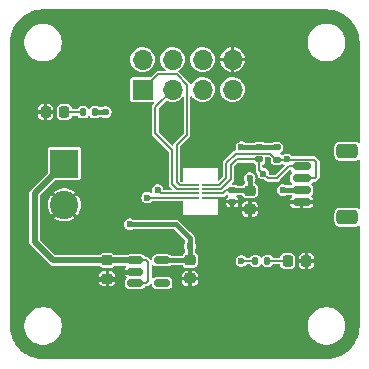
<source format=gbr>
%TF.GenerationSoftware,KiCad,Pcbnew,8.0.0-rc3-3-g27911d9b5a*%
%TF.CreationDate,2025-03-15T22:51:04+01:00*%
%TF.ProjectId,MSPM0C1104S8YCJR,4d53504d-3043-4313-9130-34533859434a,rev?*%
%TF.SameCoordinates,Original*%
%TF.FileFunction,Copper,L1,Top*%
%TF.FilePolarity,Positive*%
%FSLAX46Y46*%
G04 Gerber Fmt 4.6, Leading zero omitted, Abs format (unit mm)*
G04 Created by KiCad (PCBNEW 8.0.0-rc3-3-g27911d9b5a) date 2025-03-15 22:51:05*
%MOMM*%
%LPD*%
G01*
G04 APERTURE LIST*
G04 Aperture macros list*
%AMRoundRect*
0 Rectangle with rounded corners*
0 $1 Rounding radius*
0 $2 $3 $4 $5 $6 $7 $8 $9 X,Y pos of 4 corners*
0 Add a 4 corners polygon primitive as box body*
4,1,4,$2,$3,$4,$5,$6,$7,$8,$9,$2,$3,0*
0 Add four circle primitives for the rounded corners*
1,1,$1+$1,$2,$3*
1,1,$1+$1,$4,$5*
1,1,$1+$1,$6,$7*
1,1,$1+$1,$8,$9*
0 Add four rect primitives between the rounded corners*
20,1,$1+$1,$2,$3,$4,$5,0*
20,1,$1+$1,$4,$5,$6,$7,0*
20,1,$1+$1,$6,$7,$8,$9,0*
20,1,$1+$1,$8,$9,$2,$3,0*%
G04 Aperture macros list end*
%TA.AperFunction,SMDPad,CuDef*%
%ADD10RoundRect,0.250000X0.650000X-0.350000X0.650000X0.350000X-0.650000X0.350000X-0.650000X-0.350000X0*%
%TD*%
%TA.AperFunction,SMDPad,CuDef*%
%ADD11RoundRect,0.150000X0.625000X-0.150000X0.625000X0.150000X-0.625000X0.150000X-0.625000X-0.150000X0*%
%TD*%
%TA.AperFunction,SMDPad,CuDef*%
%ADD12C,0.200000*%
%TD*%
%TA.AperFunction,SMDPad,CuDef*%
%ADD13RoundRect,0.150000X-0.512500X-0.150000X0.512500X-0.150000X0.512500X0.150000X-0.512500X0.150000X0*%
%TD*%
%TA.AperFunction,SMDPad,CuDef*%
%ADD14RoundRect,0.135000X-0.135000X-0.185000X0.135000X-0.185000X0.135000X0.185000X-0.135000X0.185000X0*%
%TD*%
%TA.AperFunction,SMDPad,CuDef*%
%ADD15RoundRect,0.135000X-0.185000X0.135000X-0.185000X-0.135000X0.185000X-0.135000X0.185000X0.135000X0*%
%TD*%
%TA.AperFunction,ComponentPad*%
%ADD16R,2.400000X2.400000*%
%TD*%
%TA.AperFunction,ComponentPad*%
%ADD17C,2.400000*%
%TD*%
%TA.AperFunction,ComponentPad*%
%ADD18R,1.700000X1.700000*%
%TD*%
%TA.AperFunction,ComponentPad*%
%ADD19O,1.700000X1.700000*%
%TD*%
%TA.AperFunction,SMDPad,CuDef*%
%ADD20RoundRect,0.218750X0.218750X0.256250X-0.218750X0.256250X-0.218750X-0.256250X0.218750X-0.256250X0*%
%TD*%
%TA.AperFunction,SMDPad,CuDef*%
%ADD21RoundRect,0.218750X-0.218750X-0.256250X0.218750X-0.256250X0.218750X0.256250X-0.218750X0.256250X0*%
%TD*%
%TA.AperFunction,SMDPad,CuDef*%
%ADD22RoundRect,0.225000X-0.250000X0.225000X-0.250000X-0.225000X0.250000X-0.225000X0.250000X0.225000X0*%
%TD*%
%TA.AperFunction,SMDPad,CuDef*%
%ADD23RoundRect,0.140000X-0.170000X0.140000X-0.170000X-0.140000X0.170000X-0.140000X0.170000X0.140000X0*%
%TD*%
%TA.AperFunction,ViaPad*%
%ADD24C,0.600000*%
%TD*%
%TA.AperFunction,Conductor*%
%ADD25C,0.150000*%
%TD*%
%TA.AperFunction,Conductor*%
%ADD26C,0.400000*%
%TD*%
%TA.AperFunction,Conductor*%
%ADD27C,0.200000*%
%TD*%
%TA.AperFunction,Conductor*%
%ADD28C,0.500000*%
%TD*%
G04 APERTURE END LIST*
D10*
%TO.P,J3,MP*%
%TO.N,N/C*%
X138775000Y-97800000D03*
X138775000Y-92200000D03*
D11*
%TO.P,J3,4,Pin_4*%
%TO.N,/I2C0_SCL*%
X134900000Y-93500000D03*
%TO.P,J3,3,Pin_3*%
%TO.N,/I2C0_SDA*%
X134900000Y-94500000D03*
%TO.P,J3,2,Pin_2*%
%TO.N,+3V3*%
X134900000Y-95500000D03*
%TO.P,J3,1,Pin_1*%
%TO.N,GND*%
X134900000Y-96500000D03*
%TD*%
D12*
%TO.P,U1,A1,PA24*%
%TO.N,/PA24*%
X126150000Y-95075000D03*
%TO.P,U1,A2,PA0*%
%TO.N,/I2C0_SDA*%
X126500000Y-95075000D03*
%TO.P,U1,B1,PA27*%
%TO.N,/PA27*%
X126150000Y-95425000D03*
%TO.P,U1,B2,PA1/~{RST}*%
%TO.N,/I2C0_SCL*%
X126500000Y-95425000D03*
%TO.P,U1,C1,PA20*%
%TO.N,/SWCLK*%
X126150000Y-95775000D03*
%TO.P,U1,C2,VDD*%
%TO.N,+3V3*%
X126500000Y-95775000D03*
%TO.P,U1,D1,PA19*%
%TO.N,/SWDIO*%
X126150000Y-96125000D03*
%TO.P,U1,D2,VSS*%
%TO.N,GND*%
X126500000Y-96125000D03*
%TD*%
D13*
%TO.P,U2,1,IN*%
%TO.N,Net-(J2-Pin_1)*%
X120800000Y-101450000D03*
%TO.P,U2,2,GND*%
%TO.N,GND*%
X120800000Y-102400000D03*
%TO.P,U2,3,EN*%
%TO.N,Net-(J2-Pin_1)*%
X120800000Y-103350000D03*
%TO.P,U2,4,NC*%
%TO.N,unconnected-(U2-NC-Pad4)*%
X123075000Y-103350000D03*
%TO.P,U2,5,OUT*%
%TO.N,+3V3*%
X123075000Y-101450000D03*
%TD*%
D14*
%TO.P,R5,1*%
%TO.N,Net-(D1-A)*%
X116380000Y-88900000D03*
%TO.P,R5,2*%
%TO.N,+3V3*%
X117400000Y-88900000D03*
%TD*%
D15*
%TO.P,R4,1*%
%TO.N,+3V3*%
X132800000Y-91890000D03*
%TO.P,R4,2*%
%TO.N,/I2C0_SDA*%
X132800000Y-92910000D03*
%TD*%
%TO.P,R3,2*%
%TO.N,/I2C0_SCL*%
X131290000Y-92900000D03*
%TO.P,R3,1*%
%TO.N,+3V3*%
X131290000Y-91880000D03*
%TD*%
D14*
%TO.P,R2,1*%
%TO.N,/PA24*%
X130980000Y-101500000D03*
%TO.P,R2,2*%
%TO.N,Net-(D2-A)*%
X132000000Y-101500000D03*
%TD*%
D16*
%TO.P,J2,1,Pin_1*%
%TO.N,Net-(J2-Pin_1)*%
X114800000Y-93250000D03*
D17*
%TO.P,J2,2,Pin_2*%
%TO.N,GND*%
X114800000Y-96750000D03*
%TD*%
D18*
%TO.P,J1,1,Pin_1*%
%TO.N,/PA24*%
X121435000Y-86995000D03*
D19*
%TO.P,J1,2,Pin_2*%
%TO.N,/I2C0_SDA*%
X121435000Y-84455000D03*
%TO.P,J1,3,Pin_3*%
%TO.N,/PA27*%
X123975000Y-86995000D03*
%TO.P,J1,4,Pin_4*%
%TO.N,/I2C0_SCL*%
X123975000Y-84455000D03*
%TO.P,J1,5,Pin_5*%
%TO.N,/SWCLK*%
X126515000Y-86995000D03*
%TO.P,J1,6,Pin_6*%
%TO.N,+3V3*%
X126515000Y-84455000D03*
%TO.P,J1,7,Pin_7*%
%TO.N,/SWDIO*%
X129055000Y-86995000D03*
%TO.P,J1,8,Pin_8*%
%TO.N,GND*%
X129055000Y-84455000D03*
%TD*%
D20*
%TO.P,D2,1,K*%
%TO.N,GND*%
X135287500Y-101500000D03*
%TO.P,D2,2,A*%
%TO.N,Net-(D2-A)*%
X133712500Y-101500000D03*
%TD*%
D21*
%TO.P,D1,1,K*%
%TO.N,GND*%
X113225000Y-88900000D03*
%TO.P,D1,2,A*%
%TO.N,Net-(D1-A)*%
X114800000Y-88900000D03*
%TD*%
D22*
%TO.P,C4,1*%
%TO.N,+3V3*%
X125437500Y-101425000D03*
%TO.P,C4,2*%
%TO.N,GND*%
X125437500Y-102975000D03*
%TD*%
%TO.P,C3,1*%
%TO.N,Net-(J2-Pin_1)*%
X118437500Y-101450000D03*
%TO.P,C3,2*%
%TO.N,GND*%
X118437500Y-103000000D03*
%TD*%
%TO.P,C2,1*%
%TO.N,+3V3*%
X130500000Y-95550000D03*
%TO.P,C2,2*%
%TO.N,GND*%
X130500000Y-97100000D03*
%TD*%
D23*
%TO.P,C1,1*%
%TO.N,+3V3*%
X129020000Y-95520000D03*
%TO.P,C1,2*%
%TO.N,GND*%
X129020000Y-96480000D03*
%TD*%
D24*
%TO.N,GND*%
X132650000Y-93750000D03*
%TO.N,/I2C0_SDA*%
X133650000Y-92900000D03*
%TO.N,/I2C0_SCL*%
X131650000Y-94100000D03*
%TO.N,GND*%
X138500000Y-96050000D03*
%TO.N,+3V3*%
X133300000Y-95500000D03*
%TO.N,GND*%
X132900000Y-96550000D03*
X122500000Y-91700000D03*
X123500000Y-90850000D03*
X119960000Y-96470000D03*
X117350000Y-97860000D03*
X113490000Y-102820000D03*
X132630000Y-107260000D03*
X116580000Y-81050000D03*
X116150000Y-85570000D03*
X124980000Y-91920000D03*
X123290000Y-93720000D03*
X127700000Y-89760000D03*
X135970000Y-98010000D03*
X137530000Y-102080000D03*
X139050000Y-103260000D03*
X138670000Y-100860000D03*
X137300000Y-99720000D03*
X133170000Y-98040000D03*
X126960000Y-98750000D03*
X131490000Y-99670000D03*
X131980000Y-103850000D03*
X129980000Y-103860000D03*
X127850000Y-102420000D03*
X126550000Y-102990000D03*
X125430000Y-104040000D03*
X120370000Y-107380000D03*
X117180000Y-105920000D03*
X115840000Y-103230000D03*
X118960000Y-99680000D03*
X114530000Y-99970000D03*
X110780000Y-103540000D03*
X111020000Y-101010000D03*
X119370000Y-88270000D03*
X117960000Y-86700000D03*
X116580000Y-90290000D03*
X111150000Y-88760000D03*
X111460000Y-86550000D03*
X117310000Y-83030000D03*
X119680000Y-80890000D03*
X125060000Y-80940000D03*
X131260000Y-80970000D03*
X133790000Y-80970000D03*
X132890000Y-82770000D03*
X133860000Y-86400000D03*
X133860000Y-89440000D03*
X138370000Y-88380000D03*
X138880000Y-86600000D03*
X136000000Y-87060000D03*
X131850000Y-87080000D03*
X131950000Y-90420000D03*
X127030000Y-91800000D03*
X119550000Y-90270000D03*
X119850000Y-92940000D03*
X122930000Y-97270000D03*
X135280000Y-100340000D03*
X137650000Y-93510000D03*
X131590000Y-97110000D03*
X129020000Y-97180000D03*
X113240000Y-90080000D03*
X117150000Y-103000000D03*
%TO.N,+3V3*%
X120360000Y-98400000D03*
%TO.N,/PA24*%
X129800000Y-101500000D03*
%TO.N,+3V3*%
X125437500Y-100262500D03*
X129800000Y-91870000D03*
X130500000Y-94500000D03*
X118300000Y-88900000D03*
%TO.N,/SWCLK*%
X122700000Y-95500000D03*
%TO.N,/SWDIO*%
X121825000Y-96125000D03*
%TD*%
D25*
%TO.N,/I2C0_SCL*%
X133800000Y-93500000D02*
X134900000Y-93500000D01*
X132800000Y-94500000D02*
X133800000Y-93500000D01*
X131650000Y-94100000D02*
X132050000Y-94500000D01*
X132050000Y-94500000D02*
X132800000Y-94500000D01*
%TO.N,/I2C0_SDA*%
X133660000Y-92910000D02*
X135960000Y-92910000D01*
X133650000Y-92900000D02*
X133660000Y-92910000D01*
X133640000Y-92910000D02*
X133650000Y-92900000D01*
%TO.N,/I2C0_SCL*%
X131290000Y-93790000D02*
X131600000Y-94100000D01*
X131290000Y-92900000D02*
X131290000Y-93790000D01*
X131600000Y-94100000D02*
X131650000Y-94100000D01*
%TO.N,/I2C0_SDA*%
X136000000Y-94500000D02*
X134900000Y-94500000D01*
X136150000Y-93100000D02*
X136150000Y-94350000D01*
X135960000Y-92910000D02*
X136150000Y-93100000D01*
X132800000Y-92910000D02*
X133640000Y-92910000D01*
X136150000Y-94350000D02*
X136000000Y-94500000D01*
X132760000Y-92910000D02*
X132800000Y-92910000D01*
X129295000Y-92405000D02*
X132255000Y-92405000D01*
X127920000Y-95080000D02*
X128500000Y-94500000D01*
X132255000Y-92405000D02*
X132760000Y-92910000D01*
X126500000Y-95080000D02*
X127920000Y-95080000D01*
X128500000Y-94500000D02*
X128500000Y-93200000D01*
X128500000Y-93200000D02*
X129295000Y-92405000D01*
D26*
%TO.N,+3V3*%
X134900000Y-95500000D02*
X133300000Y-95500000D01*
D25*
%TO.N,/PA27*%
X122500000Y-90700000D02*
X122500000Y-88470000D01*
X122500000Y-88470000D02*
X123975000Y-86995000D01*
X123900000Y-95000000D02*
X123900000Y-92100000D01*
X123900000Y-92100000D02*
X122500000Y-90700000D01*
X124325000Y-95425000D02*
X123900000Y-95000000D01*
X126150000Y-95425000D02*
X124325000Y-95425000D01*
%TO.N,GND*%
X130500000Y-97100000D02*
X131580000Y-97100000D01*
X131580000Y-97100000D02*
X131590000Y-97110000D01*
D26*
X118437500Y-103000000D02*
X117150000Y-103000000D01*
X119270000Y-103000000D02*
X118437500Y-103000000D01*
X119870000Y-102400000D02*
X119270000Y-103000000D01*
X120800000Y-102400000D02*
X119870000Y-102400000D01*
%TO.N,+3V3*%
X129800000Y-91870000D02*
X130280000Y-91880000D01*
X130280000Y-91880000D02*
X131290000Y-91880000D01*
X124260000Y-98400000D02*
X120360000Y-98400000D01*
X125230000Y-99370000D02*
X124260000Y-98400000D01*
X125437500Y-99577500D02*
X125230000Y-99370000D01*
X125437500Y-100262500D02*
X125437500Y-99577500D01*
D25*
%TO.N,/PA24*%
X130980000Y-101500000D02*
X129800000Y-101500000D01*
%TO.N,+3V3*%
X125500000Y-100200000D02*
X125437500Y-100262500D01*
D26*
X125437500Y-101425000D02*
X125437500Y-100262500D01*
D25*
%TO.N,Net-(D2-A)*%
X133712500Y-101500000D02*
X132000000Y-101500000D01*
D27*
%TO.N,Net-(J2-Pin_1)*%
X121750000Y-101450000D02*
X121900000Y-101600000D01*
X121900000Y-101600000D02*
X121900000Y-103200000D01*
X121900000Y-103200000D02*
X121750000Y-103350000D01*
X121750000Y-103350000D02*
X120800000Y-103350000D01*
X120800000Y-101450000D02*
X121750000Y-101450000D01*
D25*
%TO.N,+3V3*%
X125412500Y-101450000D02*
X125437500Y-101425000D01*
D26*
X123075000Y-101450000D02*
X125412500Y-101450000D01*
D28*
%TO.N,Net-(J2-Pin_1)*%
X118437500Y-101450000D02*
X120800000Y-101450000D01*
X112300000Y-95750000D02*
X114800000Y-93250000D01*
X112300000Y-99900000D02*
X112300000Y-95750000D01*
X113850000Y-101450000D02*
X112300000Y-99900000D01*
X118437500Y-101450000D02*
X113850000Y-101450000D01*
D26*
%TO.N,+3V3*%
X130500000Y-95550000D02*
X130500000Y-94500000D01*
D25*
%TO.N,/I2C0_SCL*%
X128900000Y-93400000D02*
X129400000Y-92900000D01*
X128075000Y-95425000D02*
X128900000Y-94600000D01*
X128900000Y-94600000D02*
X128900000Y-93400000D01*
X129400000Y-92900000D02*
X131290000Y-92900000D01*
X126500000Y-95425000D02*
X128075000Y-95425000D01*
%TO.N,+3V3*%
X134400000Y-95500000D02*
X134470000Y-95500000D01*
D26*
X131290000Y-91880000D02*
X132790000Y-91880000D01*
D25*
X132790000Y-91880000D02*
X132800000Y-91890000D01*
D26*
X117400000Y-88900000D02*
X118300000Y-88900000D01*
D25*
%TO.N,/PA24*%
X122730000Y-85700000D02*
X121435000Y-86995000D01*
X125200000Y-86600000D02*
X124300000Y-85700000D01*
X124300000Y-85700000D02*
X122730000Y-85700000D01*
X125200000Y-90800000D02*
X125200000Y-86600000D01*
X124300000Y-91700000D02*
X125200000Y-90800000D01*
X124300000Y-94800000D02*
X124300000Y-91700000D01*
X124575000Y-95075000D02*
X124300000Y-94800000D01*
X126150000Y-95075000D02*
X124575000Y-95075000D01*
%TO.N,/SWCLK*%
X122975000Y-95775000D02*
X122700000Y-95500000D01*
X126150000Y-95775000D02*
X122975000Y-95775000D01*
%TO.N,/SWDIO*%
X121800000Y-96100000D02*
X121825000Y-96125000D01*
X124025000Y-96125000D02*
X121825000Y-96125000D01*
%TO.N,GND*%
X129020000Y-96480000D02*
X129020000Y-96920000D01*
%TO.N,+3V3*%
X130470000Y-95520000D02*
X130500000Y-95550000D01*
D26*
X129020000Y-95520000D02*
X130470000Y-95520000D01*
D25*
%TO.N,GND*%
X128280000Y-96480000D02*
X129020000Y-96480000D01*
X127925000Y-96125000D02*
X128280000Y-96480000D01*
X126500000Y-96125000D02*
X127925000Y-96125000D01*
%TO.N,+3V3*%
X128480000Y-95520000D02*
X129020000Y-95520000D01*
X126500000Y-95775000D02*
X128225000Y-95775000D01*
X128225000Y-95775000D02*
X128480000Y-95520000D01*
%TO.N,/SWDIO*%
X126150000Y-96125000D02*
X124025000Y-96125000D01*
D27*
%TO.N,Net-(D1-A)*%
X114800000Y-88900000D02*
X116380000Y-88900000D01*
%TD*%
%TA.AperFunction,Conductor*%
%TO.N,GND*%
G36*
X132162559Y-92702174D02*
G01*
X132257826Y-92797441D01*
X132279500Y-92849767D01*
X132279500Y-93084314D01*
X132285931Y-93133171D01*
X132285932Y-93133173D01*
X132335935Y-93240404D01*
X132419596Y-93324065D01*
X132526827Y-93374068D01*
X132575684Y-93380500D01*
X132575686Y-93380500D01*
X133024314Y-93380500D01*
X133024316Y-93380500D01*
X133073173Y-93374068D01*
X133180404Y-93324065D01*
X133218430Y-93286038D01*
X133270752Y-93264365D01*
X133313710Y-93280383D01*
X133314419Y-93279281D01*
X133318871Y-93282142D01*
X133318872Y-93282143D01*
X133429955Y-93353531D01*
X133462256Y-93400053D01*
X133452200Y-93455790D01*
X133442273Y-93468109D01*
X132707559Y-94202826D01*
X132655233Y-94224500D01*
X132223147Y-94224500D01*
X132170821Y-94202826D01*
X132149147Y-94150500D01*
X132149900Y-94139968D01*
X132155647Y-94100000D01*
X132135165Y-93957543D01*
X132075377Y-93826627D01*
X131981128Y-93717857D01*
X131924182Y-93681260D01*
X131860054Y-93640047D01*
X131860050Y-93640046D01*
X131721964Y-93599500D01*
X131721961Y-93599500D01*
X131639500Y-93599500D01*
X131587174Y-93577826D01*
X131565500Y-93525500D01*
X131565500Y-93410125D01*
X131587174Y-93357799D01*
X131608225Y-93343058D01*
X131670404Y-93314065D01*
X131754065Y-93230404D01*
X131804068Y-93123173D01*
X131810500Y-93074316D01*
X131810500Y-92754500D01*
X131832174Y-92702174D01*
X131884500Y-92680500D01*
X132110233Y-92680500D01*
X132162559Y-92702174D01*
G37*
%TD.AperFunction*%
%TA.AperFunction,Conductor*%
G36*
X124897445Y-87643556D02*
G01*
X124924144Y-87693505D01*
X124924500Y-87700759D01*
X124924500Y-90655232D01*
X124902826Y-90707558D01*
X124143942Y-91466443D01*
X124066442Y-91543943D01*
X124024500Y-91645200D01*
X124024500Y-91656233D01*
X124002826Y-91708559D01*
X123950500Y-91730233D01*
X123898174Y-91708559D01*
X122797174Y-90607559D01*
X122775500Y-90555233D01*
X122775500Y-88614766D01*
X122797173Y-88562441D01*
X123413854Y-87945759D01*
X123466179Y-87924086D01*
X123501060Y-87932823D01*
X123571046Y-87970232D01*
X123769066Y-88030300D01*
X123975000Y-88050583D01*
X124180934Y-88030300D01*
X124378954Y-87970232D01*
X124561450Y-87872685D01*
X124721410Y-87741410D01*
X124793298Y-87653813D01*
X124843246Y-87627115D01*
X124897445Y-87643556D01*
G37*
%TD.AperFunction*%
%TA.AperFunction,Conductor*%
G36*
X137002065Y-80200615D02*
G01*
X137309309Y-80217870D01*
X137317543Y-80218799D01*
X137618855Y-80269993D01*
X137626923Y-80271834D01*
X137920633Y-80356451D01*
X137928447Y-80359185D01*
X138210817Y-80476147D01*
X138218293Y-80479747D01*
X138485784Y-80627584D01*
X138492808Y-80631997D01*
X138742086Y-80808869D01*
X138748554Y-80814028D01*
X138901670Y-80950862D01*
X138976446Y-81017686D01*
X138982313Y-81023553D01*
X139065033Y-81116116D01*
X139185969Y-81251443D01*
X139191132Y-81257915D01*
X139319554Y-81438909D01*
X139368000Y-81507188D01*
X139372415Y-81514215D01*
X139520252Y-81781706D01*
X139523852Y-81789182D01*
X139640810Y-82071543D01*
X139643551Y-82079376D01*
X139728162Y-82373065D01*
X139730008Y-82381156D01*
X139781199Y-82682450D01*
X139782129Y-82690696D01*
X139799384Y-82997934D01*
X139799500Y-83002083D01*
X139799500Y-91419900D01*
X139777826Y-91472226D01*
X139725500Y-91493900D01*
X139681558Y-91479441D01*
X139637880Y-91447205D01*
X139509704Y-91402355D01*
X139509705Y-91402355D01*
X139509700Y-91402354D01*
X139509699Y-91402354D01*
X139479266Y-91399500D01*
X138070734Y-91399500D01*
X138040301Y-91402354D01*
X138040299Y-91402354D01*
X138040295Y-91402355D01*
X137912118Y-91447206D01*
X137912116Y-91447207D01*
X137802853Y-91527846D01*
X137802846Y-91527853D01*
X137722207Y-91637116D01*
X137722206Y-91637118D01*
X137677355Y-91765295D01*
X137677354Y-91765299D01*
X137677354Y-91765301D01*
X137674500Y-91795734D01*
X137674500Y-92604266D01*
X137677354Y-92634699D01*
X137677354Y-92634701D01*
X137677355Y-92634704D01*
X137722206Y-92762881D01*
X137722207Y-92762883D01*
X137802846Y-92872146D01*
X137802853Y-92872153D01*
X137912116Y-92952792D01*
X137912118Y-92952793D01*
X138040295Y-92997644D01*
X138040301Y-92997646D01*
X138070734Y-93000500D01*
X138070741Y-93000500D01*
X139479258Y-93000500D01*
X139479266Y-93000500D01*
X139509699Y-92997646D01*
X139568002Y-92977244D01*
X139637880Y-92952794D01*
X139637880Y-92952793D01*
X139637882Y-92952793D01*
X139681558Y-92920558D01*
X139736529Y-92906925D01*
X139785040Y-92936156D01*
X139799500Y-92980099D01*
X139799500Y-97019900D01*
X139777826Y-97072226D01*
X139725500Y-97093900D01*
X139681558Y-97079441D01*
X139637880Y-97047205D01*
X139509704Y-97002355D01*
X139509705Y-97002355D01*
X139509700Y-97002354D01*
X139509699Y-97002354D01*
X139479266Y-96999500D01*
X138070734Y-96999500D01*
X138040301Y-97002354D01*
X138040299Y-97002354D01*
X138040295Y-97002355D01*
X137912118Y-97047206D01*
X137912116Y-97047207D01*
X137802853Y-97127846D01*
X137802846Y-97127853D01*
X137722207Y-97237116D01*
X137722206Y-97237118D01*
X137677355Y-97365295D01*
X137677354Y-97365299D01*
X137677354Y-97365301D01*
X137674500Y-97395734D01*
X137674500Y-98204266D01*
X137677354Y-98234699D01*
X137677354Y-98234701D01*
X137677355Y-98234704D01*
X137722206Y-98362881D01*
X137722207Y-98362883D01*
X137802846Y-98472146D01*
X137802853Y-98472153D01*
X137912116Y-98552792D01*
X137912118Y-98552793D01*
X138040295Y-98597644D01*
X138040301Y-98597646D01*
X138070734Y-98600500D01*
X138070741Y-98600500D01*
X139479258Y-98600500D01*
X139479266Y-98600500D01*
X139509699Y-98597646D01*
X139568002Y-98577244D01*
X139637880Y-98552794D01*
X139637880Y-98552793D01*
X139637882Y-98552793D01*
X139681558Y-98520558D01*
X139736529Y-98506925D01*
X139785040Y-98536156D01*
X139799500Y-98580099D01*
X139799500Y-106997916D01*
X139799384Y-107002065D01*
X139782129Y-107309303D01*
X139781199Y-107317549D01*
X139730008Y-107618843D01*
X139728162Y-107626934D01*
X139643551Y-107920623D01*
X139640810Y-107928456D01*
X139523852Y-108210817D01*
X139520252Y-108218293D01*
X139372415Y-108485784D01*
X139368000Y-108492811D01*
X139191138Y-108742076D01*
X139185963Y-108748564D01*
X138982313Y-108976446D01*
X138976446Y-108982313D01*
X138748564Y-109185963D01*
X138742076Y-109191138D01*
X138492811Y-109368000D01*
X138485784Y-109372415D01*
X138218293Y-109520252D01*
X138210817Y-109523852D01*
X137928456Y-109640810D01*
X137920623Y-109643551D01*
X137626934Y-109728162D01*
X137618843Y-109730008D01*
X137317549Y-109781199D01*
X137309303Y-109782129D01*
X137002066Y-109799384D01*
X136997917Y-109799500D01*
X113002083Y-109799500D01*
X112997934Y-109799384D01*
X112690696Y-109782129D01*
X112682450Y-109781199D01*
X112381156Y-109730008D01*
X112373065Y-109728162D01*
X112079376Y-109643551D01*
X112071543Y-109640810D01*
X111789182Y-109523852D01*
X111781706Y-109520252D01*
X111514215Y-109372415D01*
X111507188Y-109368000D01*
X111363715Y-109266201D01*
X111257915Y-109191132D01*
X111251443Y-109185969D01*
X111062260Y-109016904D01*
X111023553Y-108982313D01*
X111017686Y-108976446D01*
X110950862Y-108901670D01*
X110814028Y-108748554D01*
X110808869Y-108742086D01*
X110631997Y-108492808D01*
X110627584Y-108485784D01*
X110610565Y-108454991D01*
X110479747Y-108218293D01*
X110476147Y-108210817D01*
X110450347Y-108148531D01*
X110359185Y-107928447D01*
X110356451Y-107920633D01*
X110271834Y-107626923D01*
X110269993Y-107618855D01*
X110218799Y-107317543D01*
X110217870Y-107309303D01*
X110207574Y-107125963D01*
X111399500Y-107125963D01*
X111438909Y-107374782D01*
X111438912Y-107374795D01*
X111516756Y-107614373D01*
X111631129Y-107838845D01*
X111779203Y-108042651D01*
X111779207Y-108042656D01*
X111957344Y-108220793D01*
X111957347Y-108220795D01*
X111957348Y-108220796D01*
X112161154Y-108368870D01*
X112269345Y-108423995D01*
X112385621Y-108483241D01*
X112385623Y-108483241D01*
X112385626Y-108483243D01*
X112625204Y-108561087D01*
X112625210Y-108561088D01*
X112625215Y-108561090D01*
X112749626Y-108580795D01*
X112874036Y-108600500D01*
X112874038Y-108600500D01*
X113125964Y-108600500D01*
X113225491Y-108584736D01*
X113374785Y-108561090D01*
X113374792Y-108561087D01*
X113374795Y-108561087D01*
X113614373Y-108483243D01*
X113614373Y-108483242D01*
X113614379Y-108483241D01*
X113838845Y-108368870D01*
X114042656Y-108220793D01*
X114220793Y-108042656D01*
X114368870Y-107838845D01*
X114483241Y-107614379D01*
X114483243Y-107614373D01*
X114561087Y-107374795D01*
X114561087Y-107374792D01*
X114561090Y-107374785D01*
X114600500Y-107125963D01*
X135399500Y-107125963D01*
X135438909Y-107374782D01*
X135438912Y-107374795D01*
X135516756Y-107614373D01*
X135631129Y-107838845D01*
X135779203Y-108042651D01*
X135779207Y-108042656D01*
X135957344Y-108220793D01*
X135957347Y-108220795D01*
X135957348Y-108220796D01*
X136161154Y-108368870D01*
X136269345Y-108423995D01*
X136385621Y-108483241D01*
X136385623Y-108483241D01*
X136385626Y-108483243D01*
X136625204Y-108561087D01*
X136625210Y-108561088D01*
X136625215Y-108561090D01*
X136749626Y-108580795D01*
X136874036Y-108600500D01*
X136874038Y-108600500D01*
X137125964Y-108600500D01*
X137225491Y-108584736D01*
X137374785Y-108561090D01*
X137374792Y-108561087D01*
X137374795Y-108561087D01*
X137614373Y-108483243D01*
X137614373Y-108483242D01*
X137614379Y-108483241D01*
X137838845Y-108368870D01*
X138042656Y-108220793D01*
X138220793Y-108042656D01*
X138368870Y-107838845D01*
X138483241Y-107614379D01*
X138483243Y-107614373D01*
X138561087Y-107374795D01*
X138561087Y-107374792D01*
X138561090Y-107374785D01*
X138600500Y-107125962D01*
X138600500Y-106874038D01*
X138561090Y-106625215D01*
X138561088Y-106625210D01*
X138561087Y-106625204D01*
X138483243Y-106385626D01*
X138483241Y-106385623D01*
X138483241Y-106385621D01*
X138423995Y-106269345D01*
X138368870Y-106161154D01*
X138220796Y-105957348D01*
X138220795Y-105957347D01*
X138220793Y-105957344D01*
X138042656Y-105779207D01*
X138042653Y-105779204D01*
X138042651Y-105779203D01*
X137838845Y-105631129D01*
X137614373Y-105516756D01*
X137374795Y-105438912D01*
X137374782Y-105438909D01*
X137125964Y-105399500D01*
X137125962Y-105399500D01*
X136874038Y-105399500D01*
X136874036Y-105399500D01*
X136625217Y-105438909D01*
X136625204Y-105438912D01*
X136385626Y-105516756D01*
X136161154Y-105631129D01*
X135957348Y-105779203D01*
X135779203Y-105957348D01*
X135631129Y-106161154D01*
X135516756Y-106385626D01*
X135438912Y-106625204D01*
X135438909Y-106625217D01*
X135399500Y-106874036D01*
X135399500Y-107125963D01*
X114600500Y-107125963D01*
X114600500Y-107125962D01*
X114600500Y-106874038D01*
X114561090Y-106625215D01*
X114561088Y-106625210D01*
X114561087Y-106625204D01*
X114483243Y-106385626D01*
X114483241Y-106385623D01*
X114483241Y-106385621D01*
X114423995Y-106269345D01*
X114368870Y-106161154D01*
X114220796Y-105957348D01*
X114220795Y-105957347D01*
X114220793Y-105957344D01*
X114042656Y-105779207D01*
X114042653Y-105779204D01*
X114042651Y-105779203D01*
X113838845Y-105631129D01*
X113614373Y-105516756D01*
X113374795Y-105438912D01*
X113374782Y-105438909D01*
X113125964Y-105399500D01*
X113125962Y-105399500D01*
X112874038Y-105399500D01*
X112874036Y-105399500D01*
X112625217Y-105438909D01*
X112625204Y-105438912D01*
X112385626Y-105516756D01*
X112161154Y-105631129D01*
X111957348Y-105779203D01*
X111779203Y-105957348D01*
X111631129Y-106161154D01*
X111516756Y-106385626D01*
X111438912Y-106625204D01*
X111438909Y-106625217D01*
X111399500Y-106874036D01*
X111399500Y-107125963D01*
X110207574Y-107125963D01*
X110200616Y-107002065D01*
X110200500Y-106997916D01*
X110200500Y-103150000D01*
X117762501Y-103150000D01*
X117762501Y-103258451D01*
X117778261Y-103357969D01*
X117778262Y-103357971D01*
X117839382Y-103477923D01*
X117934578Y-103573119D01*
X118054530Y-103634237D01*
X118054531Y-103634238D01*
X118154048Y-103649999D01*
X118287500Y-103649999D01*
X118287500Y-103150000D01*
X118587500Y-103150000D01*
X118587500Y-103649999D01*
X118720951Y-103649999D01*
X118820469Y-103634238D01*
X118820471Y-103634237D01*
X118940423Y-103573117D01*
X119035619Y-103477921D01*
X119096737Y-103357969D01*
X119096738Y-103357968D01*
X119112500Y-103258451D01*
X119112500Y-103150000D01*
X118587500Y-103150000D01*
X118287500Y-103150000D01*
X117762501Y-103150000D01*
X110200500Y-103150000D01*
X110200500Y-102850000D01*
X117762500Y-102850000D01*
X118287500Y-102850000D01*
X118287500Y-102350000D01*
X118587500Y-102350000D01*
X118587500Y-102850000D01*
X119112499Y-102850000D01*
X119112499Y-102741548D01*
X119096738Y-102642030D01*
X119096737Y-102642028D01*
X119035617Y-102522076D01*
X118940421Y-102426880D01*
X118820469Y-102365762D01*
X118820468Y-102365761D01*
X118720952Y-102350000D01*
X118587500Y-102350000D01*
X118287500Y-102350000D01*
X118154048Y-102350000D01*
X118054530Y-102365761D01*
X118054528Y-102365762D01*
X117934576Y-102426882D01*
X117839380Y-102522078D01*
X117778262Y-102642030D01*
X117778261Y-102642031D01*
X117762500Y-102741548D01*
X117762500Y-102850000D01*
X110200500Y-102850000D01*
X110200500Y-99959308D01*
X111849500Y-99959308D01*
X111873712Y-100049672D01*
X111880200Y-100073883D01*
X111880203Y-100073891D01*
X111939508Y-100176610D01*
X111939509Y-100176611D01*
X111939511Y-100176614D01*
X113573386Y-101810489D01*
X113676113Y-101869799D01*
X113676115Y-101869799D01*
X113676116Y-101869800D01*
X113684184Y-101871961D01*
X113700326Y-101876286D01*
X113772618Y-101895657D01*
X113790690Y-101900500D01*
X113790691Y-101900500D01*
X117781127Y-101900500D01*
X117833453Y-101922174D01*
X117836539Y-101925787D01*
X117838972Y-101928220D01*
X117934280Y-102023528D01*
X118054374Y-102084719D01*
X118154011Y-102100500D01*
X118154012Y-102100500D01*
X118720989Y-102100500D01*
X118770807Y-102092609D01*
X118820626Y-102084719D01*
X118940720Y-102023528D01*
X119036028Y-101928220D01*
X119036028Y-101928219D01*
X119040146Y-101924102D01*
X119042091Y-101926047D01*
X119082302Y-101901410D01*
X119093873Y-101900500D01*
X119963373Y-101900500D01*
X120015699Y-101922174D01*
X120037373Y-101974500D01*
X120015699Y-102026826D01*
X119998714Y-102043810D01*
X119947412Y-102148750D01*
X119937500Y-102216776D01*
X119937500Y-102250000D01*
X120876000Y-102250000D01*
X120928326Y-102271674D01*
X120950000Y-102324000D01*
X120950000Y-102476000D01*
X120928326Y-102528326D01*
X120876000Y-102550000D01*
X119937501Y-102550000D01*
X119937501Y-102583224D01*
X119947412Y-102651250D01*
X119998713Y-102756188D01*
X120064846Y-102822321D01*
X120086520Y-102874647D01*
X120064846Y-102926973D01*
X119998301Y-102993517D01*
X119946927Y-103098605D01*
X119946927Y-103098606D01*
X119937000Y-103166735D01*
X119937000Y-103533264D01*
X119946927Y-103601393D01*
X119946927Y-103601394D01*
X119998301Y-103706482D01*
X119998302Y-103706483D01*
X120081017Y-103789198D01*
X120186107Y-103840573D01*
X120254240Y-103850500D01*
X120254246Y-103850500D01*
X121345754Y-103850500D01*
X121345760Y-103850500D01*
X121413893Y-103840573D01*
X121518983Y-103789198D01*
X121601698Y-103706483D01*
X121608778Y-103691999D01*
X121651230Y-103654510D01*
X121675259Y-103650500D01*
X121789564Y-103650500D01*
X121789564Y-103650499D01*
X121865989Y-103630021D01*
X121934511Y-103590460D01*
X121990460Y-103534511D01*
X122085674Y-103439297D01*
X122138000Y-103417623D01*
X122190326Y-103439297D01*
X122212000Y-103491623D01*
X122212000Y-103533264D01*
X122221927Y-103601393D01*
X122221927Y-103601394D01*
X122273301Y-103706482D01*
X122273302Y-103706483D01*
X122356017Y-103789198D01*
X122461107Y-103840573D01*
X122529240Y-103850500D01*
X122529246Y-103850500D01*
X123620754Y-103850500D01*
X123620760Y-103850500D01*
X123688893Y-103840573D01*
X123793983Y-103789198D01*
X123876698Y-103706483D01*
X123928073Y-103601393D01*
X123938000Y-103533260D01*
X123938000Y-103166740D01*
X123931918Y-103125000D01*
X124762501Y-103125000D01*
X124762501Y-103233451D01*
X124778261Y-103332969D01*
X124778262Y-103332971D01*
X124839382Y-103452923D01*
X124934578Y-103548119D01*
X125054530Y-103609237D01*
X125054531Y-103609238D01*
X125154048Y-103624999D01*
X125287500Y-103624999D01*
X125287500Y-103125000D01*
X125587500Y-103125000D01*
X125587500Y-103624999D01*
X125720951Y-103624999D01*
X125820469Y-103609238D01*
X125820471Y-103609237D01*
X125940423Y-103548117D01*
X126035619Y-103452921D01*
X126096737Y-103332969D01*
X126096738Y-103332968D01*
X126112500Y-103233451D01*
X126112500Y-103125000D01*
X125587500Y-103125000D01*
X125287500Y-103125000D01*
X124762501Y-103125000D01*
X123931918Y-103125000D01*
X123928073Y-103098607D01*
X123876698Y-102993517D01*
X123793983Y-102910802D01*
X123793982Y-102910801D01*
X123688894Y-102859427D01*
X123620764Y-102849500D01*
X123620760Y-102849500D01*
X122529240Y-102849500D01*
X122529235Y-102849500D01*
X122461106Y-102859427D01*
X122461105Y-102859427D01*
X122356017Y-102910801D01*
X122326826Y-102939993D01*
X122274500Y-102961667D01*
X122222174Y-102939993D01*
X122200500Y-102887667D01*
X122200500Y-102825000D01*
X124762500Y-102825000D01*
X125287500Y-102825000D01*
X125287500Y-102325000D01*
X125587500Y-102325000D01*
X125587500Y-102825000D01*
X126112499Y-102825000D01*
X126112499Y-102716548D01*
X126096738Y-102617030D01*
X126096737Y-102617028D01*
X126035617Y-102497076D01*
X125940421Y-102401880D01*
X125820469Y-102340762D01*
X125820468Y-102340761D01*
X125720952Y-102325000D01*
X125587500Y-102325000D01*
X125287500Y-102325000D01*
X125154048Y-102325000D01*
X125054530Y-102340761D01*
X125054528Y-102340762D01*
X124934576Y-102401882D01*
X124839380Y-102497078D01*
X124778262Y-102617030D01*
X124778261Y-102617031D01*
X124762500Y-102716548D01*
X124762500Y-102825000D01*
X122200500Y-102825000D01*
X122200500Y-101912333D01*
X122222174Y-101860007D01*
X122274500Y-101838333D01*
X122326826Y-101860007D01*
X122356017Y-101889198D01*
X122461107Y-101940573D01*
X122529240Y-101950500D01*
X122529246Y-101950500D01*
X123620754Y-101950500D01*
X123620760Y-101950500D01*
X123688893Y-101940573D01*
X123793983Y-101889198D01*
X123811007Y-101872174D01*
X123863333Y-101850500D01*
X124766762Y-101850500D01*
X124819088Y-101872174D01*
X124832696Y-101890904D01*
X124838970Y-101903218D01*
X124838971Y-101903219D01*
X124838972Y-101903220D01*
X124934280Y-101998528D01*
X125054374Y-102059719D01*
X125154011Y-102075500D01*
X125154012Y-102075500D01*
X125720989Y-102075500D01*
X125770807Y-102067609D01*
X125820626Y-102059719D01*
X125940720Y-101998528D01*
X126036028Y-101903220D01*
X126097219Y-101783126D01*
X126113000Y-101683488D01*
X126113000Y-101500000D01*
X129294353Y-101500000D01*
X129314834Y-101642454D01*
X129314834Y-101642455D01*
X129314835Y-101642457D01*
X129352219Y-101724316D01*
X129374623Y-101773373D01*
X129468868Y-101882139D01*
X129468869Y-101882140D01*
X129468872Y-101882143D01*
X129589947Y-101959953D01*
X129696403Y-101991211D01*
X129728035Y-102000499D01*
X129728037Y-102000500D01*
X129728039Y-102000500D01*
X129871963Y-102000500D01*
X129871964Y-102000499D01*
X129878677Y-101998528D01*
X130010053Y-101959953D01*
X130131128Y-101882143D01*
X130201404Y-101801039D01*
X130252050Y-101775689D01*
X130257329Y-101775500D01*
X130469874Y-101775500D01*
X130522200Y-101797174D01*
X130536941Y-101818227D01*
X130565933Y-101880401D01*
X130565934Y-101880403D01*
X130565935Y-101880404D01*
X130649596Y-101964065D01*
X130756827Y-102014068D01*
X130805684Y-102020500D01*
X130805686Y-102020500D01*
X131154314Y-102020500D01*
X131154316Y-102020500D01*
X131203173Y-102014068D01*
X131310404Y-101964065D01*
X131394065Y-101880404D01*
X131422933Y-101818495D01*
X131464690Y-101780232D01*
X131521273Y-101782702D01*
X131557067Y-101818496D01*
X131585933Y-101880402D01*
X131585935Y-101880404D01*
X131669596Y-101964065D01*
X131776827Y-102014068D01*
X131825684Y-102020500D01*
X131825686Y-102020500D01*
X132174314Y-102020500D01*
X132174316Y-102020500D01*
X132223173Y-102014068D01*
X132330404Y-101964065D01*
X132414065Y-101880404D01*
X132436560Y-101832162D01*
X132443059Y-101818227D01*
X132484816Y-101779963D01*
X132510126Y-101775500D01*
X133009121Y-101775500D01*
X133061447Y-101797174D01*
X133082209Y-101837923D01*
X133088938Y-101880403D01*
X133090049Y-101887420D01*
X133150340Y-102005749D01*
X133244250Y-102099659D01*
X133303414Y-102129804D01*
X133362579Y-102159950D01*
X133362579Y-102159951D01*
X133460753Y-102175500D01*
X133460754Y-102175500D01*
X133964247Y-102175500D01*
X134062420Y-102159951D01*
X134180751Y-102099658D01*
X134274658Y-102005751D01*
X134334951Y-101887420D01*
X134350500Y-101789246D01*
X134350500Y-101650000D01*
X134650001Y-101650000D01*
X134650001Y-101789206D01*
X134665531Y-101887264D01*
X134725751Y-102005453D01*
X134819546Y-102099248D01*
X134937735Y-102159469D01*
X135035792Y-102174999D01*
X135137500Y-102174999D01*
X135137500Y-101650000D01*
X135437500Y-101650000D01*
X135437500Y-102174999D01*
X135539207Y-102174999D01*
X135637264Y-102159468D01*
X135755453Y-102099248D01*
X135849248Y-102005453D01*
X135909468Y-101887264D01*
X135925000Y-101789207D01*
X135925000Y-101650000D01*
X135437500Y-101650000D01*
X135137500Y-101650000D01*
X134650001Y-101650000D01*
X134350500Y-101650000D01*
X134350500Y-101350000D01*
X134650000Y-101350000D01*
X135137500Y-101350000D01*
X135137500Y-100825000D01*
X135437500Y-100825000D01*
X135437500Y-101350000D01*
X135924999Y-101350000D01*
X135924999Y-101210793D01*
X135909468Y-101112735D01*
X135849248Y-100994546D01*
X135755453Y-100900751D01*
X135637264Y-100840531D01*
X135539208Y-100825000D01*
X135437500Y-100825000D01*
X135137500Y-100825000D01*
X135035793Y-100825000D01*
X134937735Y-100840531D01*
X134819546Y-100900751D01*
X134725751Y-100994546D01*
X134665531Y-101112735D01*
X134650000Y-101210792D01*
X134650000Y-101350000D01*
X134350500Y-101350000D01*
X134350500Y-101210754D01*
X134334951Y-101112580D01*
X134302810Y-101049500D01*
X134274659Y-100994250D01*
X134180749Y-100900340D01*
X134062420Y-100840049D01*
X134062420Y-100840048D01*
X133964247Y-100824500D01*
X133964246Y-100824500D01*
X133460754Y-100824500D01*
X133460753Y-100824500D01*
X133362579Y-100840048D01*
X133362579Y-100840049D01*
X133244250Y-100900340D01*
X133150340Y-100994250D01*
X133090049Y-101112579D01*
X133082210Y-101162076D01*
X133052618Y-101210367D01*
X133009121Y-101224500D01*
X132510126Y-101224500D01*
X132457800Y-101202826D01*
X132443059Y-101181773D01*
X132414066Y-101119598D01*
X132414065Y-101119596D01*
X132330404Y-101035935D01*
X132276504Y-101010801D01*
X132223173Y-100985932D01*
X132223171Y-100985931D01*
X132187178Y-100981193D01*
X132174316Y-100979500D01*
X131825684Y-100979500D01*
X131814318Y-100980996D01*
X131776828Y-100985931D01*
X131669595Y-101035935D01*
X131585935Y-101119595D01*
X131557067Y-101181504D01*
X131515309Y-101219767D01*
X131458726Y-101217297D01*
X131422933Y-101181504D01*
X131415942Y-101166511D01*
X131394065Y-101119596D01*
X131310404Y-101035935D01*
X131203173Y-100985932D01*
X131203171Y-100985931D01*
X131167178Y-100981193D01*
X131154316Y-100979500D01*
X130805684Y-100979500D01*
X130794318Y-100980996D01*
X130756828Y-100985931D01*
X130649595Y-101035935D01*
X130565934Y-101119596D01*
X130565933Y-101119598D01*
X130536941Y-101181773D01*
X130495184Y-101220037D01*
X130469874Y-101224500D01*
X130257329Y-101224500D01*
X130205003Y-101202826D01*
X130201412Y-101198969D01*
X130131128Y-101117857D01*
X130051797Y-101066874D01*
X130010054Y-101040047D01*
X130010050Y-101040046D01*
X129871964Y-100999500D01*
X129871961Y-100999500D01*
X129728039Y-100999500D01*
X129728036Y-100999500D01*
X129589949Y-101040046D01*
X129589945Y-101040047D01*
X129468875Y-101117855D01*
X129468868Y-101117860D01*
X129374623Y-101226626D01*
X129314834Y-101357545D01*
X129294353Y-101500000D01*
X126113000Y-101500000D01*
X126113000Y-101166512D01*
X126112297Y-101162076D01*
X126097219Y-101066874D01*
X126097218Y-101066873D01*
X126081454Y-101035935D01*
X126036028Y-100946780D01*
X125940720Y-100851472D01*
X125878404Y-100819720D01*
X125841622Y-100776653D01*
X125838000Y-100753786D01*
X125838000Y-100592182D01*
X125856074Y-100543722D01*
X125862877Y-100535873D01*
X125922665Y-100404957D01*
X125943147Y-100262500D01*
X125922665Y-100120043D01*
X125862877Y-99989127D01*
X125862875Y-99989125D01*
X125862875Y-99989124D01*
X125862873Y-99989122D01*
X125856075Y-99981276D01*
X125838000Y-99932816D01*
X125838000Y-99524771D01*
X125837999Y-99524770D01*
X125810708Y-99422917D01*
X125810707Y-99422913D01*
X125757980Y-99331587D01*
X125683413Y-99257020D01*
X125475913Y-99049520D01*
X124505913Y-98079520D01*
X124505910Y-98079518D01*
X124505909Y-98079517D01*
X124414592Y-98026795D01*
X124414588Y-98026793D01*
X124381249Y-98017860D01*
X124312727Y-97999500D01*
X124312726Y-97999500D01*
X120684292Y-97999500D01*
X120644285Y-97987753D01*
X120570054Y-97940047D01*
X120570050Y-97940046D01*
X120431964Y-97899500D01*
X120431961Y-97899500D01*
X120288039Y-97899500D01*
X120288036Y-97899500D01*
X120149949Y-97940046D01*
X120149945Y-97940047D01*
X120028875Y-98017855D01*
X120028868Y-98017860D01*
X119934623Y-98126626D01*
X119874834Y-98257545D01*
X119854353Y-98400000D01*
X119874834Y-98542454D01*
X119874834Y-98542455D01*
X119874835Y-98542457D01*
X119900039Y-98597646D01*
X119934623Y-98673373D01*
X120028868Y-98782139D01*
X120028869Y-98782140D01*
X120028872Y-98782143D01*
X120149947Y-98859953D01*
X120256403Y-98891211D01*
X120288035Y-98900499D01*
X120288037Y-98900500D01*
X120288039Y-98900500D01*
X120431963Y-98900500D01*
X120431964Y-98900499D01*
X120570053Y-98859953D01*
X120644285Y-98812246D01*
X120684292Y-98800500D01*
X124063455Y-98800500D01*
X124115781Y-98822174D01*
X125015326Y-99721719D01*
X125037000Y-99774045D01*
X125037000Y-99932816D01*
X125018925Y-99981276D01*
X125012126Y-99989122D01*
X125012124Y-99989124D01*
X124952334Y-100120045D01*
X124931853Y-100262500D01*
X124952334Y-100404954D01*
X124952334Y-100404955D01*
X124952335Y-100404957D01*
X125012123Y-100535873D01*
X125018925Y-100543722D01*
X125037000Y-100592182D01*
X125037000Y-100753786D01*
X125015326Y-100806112D01*
X124996596Y-100819720D01*
X124934279Y-100851472D01*
X124838970Y-100946781D01*
X124807220Y-101009095D01*
X124764153Y-101045878D01*
X124741286Y-101049500D01*
X123863333Y-101049500D01*
X123811007Y-101027826D01*
X123793982Y-101010801D01*
X123688894Y-100959427D01*
X123620764Y-100949500D01*
X123620760Y-100949500D01*
X122529240Y-100949500D01*
X122529235Y-100949500D01*
X122461106Y-100959427D01*
X122461105Y-100959427D01*
X122356017Y-101010801D01*
X122273301Y-101093517D01*
X122221927Y-101198605D01*
X122221927Y-101198606D01*
X122212000Y-101266735D01*
X122212000Y-101308377D01*
X122190326Y-101360703D01*
X122138000Y-101382377D01*
X122085674Y-101360703D01*
X121934510Y-101209539D01*
X121903285Y-101191512D01*
X121865990Y-101169979D01*
X121865985Y-101169977D01*
X121789564Y-101149500D01*
X121789562Y-101149500D01*
X121675259Y-101149500D01*
X121622933Y-101127826D01*
X121608779Y-101108002D01*
X121601698Y-101093517D01*
X121518983Y-101010802D01*
X121518982Y-101010801D01*
X121413894Y-100959427D01*
X121345764Y-100949500D01*
X121345760Y-100949500D01*
X120254240Y-100949500D01*
X120254235Y-100949500D01*
X120186106Y-100959427D01*
X120186105Y-100959427D01*
X120119516Y-100991981D01*
X120087016Y-100999500D01*
X119093873Y-100999500D01*
X119041547Y-100977826D01*
X119038460Y-100974212D01*
X118940719Y-100876471D01*
X118820626Y-100815281D01*
X118820625Y-100815280D01*
X118720989Y-100799500D01*
X118720988Y-100799500D01*
X118154012Y-100799500D01*
X118154011Y-100799500D01*
X118054374Y-100815280D01*
X118054373Y-100815281D01*
X117934280Y-100876471D01*
X117934279Y-100876472D01*
X117834854Y-100975898D01*
X117832908Y-100973952D01*
X117792698Y-100998590D01*
X117781127Y-100999500D01*
X114067255Y-100999500D01*
X114014929Y-100977826D01*
X112772174Y-99735071D01*
X112750500Y-99682745D01*
X112750500Y-96750003D01*
X113395202Y-96750003D01*
X113414362Y-96981221D01*
X113471320Y-97206145D01*
X113564515Y-97418608D01*
X113691414Y-97612842D01*
X113707524Y-97630341D01*
X114283123Y-97054742D01*
X114319881Y-97118408D01*
X114431592Y-97230119D01*
X114495255Y-97266875D01*
X113921675Y-97840455D01*
X114031645Y-97926048D01*
X114235697Y-98036476D01*
X114455145Y-98111812D01*
X114683990Y-98149999D01*
X114683993Y-98150000D01*
X114916007Y-98150000D01*
X114916009Y-98149999D01*
X115144854Y-98111812D01*
X115364302Y-98036476D01*
X115568353Y-97926048D01*
X115678322Y-97840455D01*
X115678323Y-97840455D01*
X115104743Y-97266875D01*
X115168408Y-97230119D01*
X115280119Y-97118408D01*
X115316876Y-97054743D01*
X115892474Y-97630341D01*
X115908585Y-97612841D01*
X116035484Y-97418608D01*
X116128679Y-97206145D01*
X116185637Y-96981221D01*
X116204798Y-96750003D01*
X116204798Y-96749996D01*
X116185637Y-96518778D01*
X116128679Y-96293854D01*
X116035484Y-96081391D01*
X115908584Y-95887157D01*
X115908585Y-95887157D01*
X115892473Y-95869656D01*
X115316875Y-96445255D01*
X115280119Y-96381592D01*
X115168408Y-96269881D01*
X115104742Y-96233123D01*
X115678323Y-95659543D01*
X115568354Y-95573952D01*
X115568344Y-95573946D01*
X115364302Y-95463523D01*
X115144854Y-95388187D01*
X114916009Y-95350000D01*
X114683990Y-95350000D01*
X114455145Y-95388187D01*
X114235697Y-95463523D01*
X114031655Y-95573946D01*
X114031645Y-95573952D01*
X113921675Y-95659543D01*
X114495256Y-96233124D01*
X114431592Y-96269881D01*
X114319881Y-96381592D01*
X114283124Y-96445256D01*
X113707525Y-95869657D01*
X113707524Y-95869657D01*
X113691420Y-95887149D01*
X113691418Y-95887152D01*
X113564515Y-96081391D01*
X113471320Y-96293854D01*
X113414362Y-96518778D01*
X113395202Y-96749996D01*
X113395202Y-96750003D01*
X112750500Y-96750003D01*
X112750500Y-95967255D01*
X112772174Y-95914929D01*
X114014929Y-94672174D01*
X114067255Y-94650500D01*
X116019746Y-94650500D01*
X116019748Y-94650500D01*
X116078231Y-94638867D01*
X116144552Y-94594552D01*
X116188867Y-94528231D01*
X116200500Y-94469748D01*
X116200500Y-92030252D01*
X116188867Y-91971769D01*
X116144552Y-91905448D01*
X116122343Y-91890608D01*
X116078232Y-91861133D01*
X116078233Y-91861133D01*
X116048989Y-91855316D01*
X116019748Y-91849500D01*
X113580252Y-91849500D01*
X113551010Y-91855316D01*
X113521767Y-91861133D01*
X113455449Y-91905447D01*
X113455447Y-91905449D01*
X113411133Y-91971767D01*
X113411133Y-91971769D01*
X113400593Y-92024760D01*
X113399500Y-92030253D01*
X113399500Y-93982745D01*
X113377826Y-94035071D01*
X111939508Y-95473389D01*
X111880201Y-95576111D01*
X111880199Y-95576118D01*
X111878875Y-95581056D01*
X111878876Y-95581057D01*
X111849500Y-95690691D01*
X111849500Y-99959308D01*
X110200500Y-99959308D01*
X110200500Y-89050000D01*
X112587501Y-89050000D01*
X112587501Y-89189206D01*
X112603031Y-89287264D01*
X112663251Y-89405453D01*
X112757046Y-89499248D01*
X112875235Y-89559469D01*
X112973292Y-89574999D01*
X113075000Y-89574999D01*
X113075000Y-89050000D01*
X113375000Y-89050000D01*
X113375000Y-89574999D01*
X113476707Y-89574999D01*
X113574764Y-89559468D01*
X113692953Y-89499248D01*
X113786748Y-89405453D01*
X113846968Y-89287264D01*
X113862494Y-89189246D01*
X114162000Y-89189246D01*
X114177549Y-89287420D01*
X114237840Y-89405749D01*
X114331750Y-89499659D01*
X114390914Y-89529804D01*
X114450079Y-89559950D01*
X114450079Y-89559951D01*
X114548253Y-89575500D01*
X114548254Y-89575500D01*
X115051747Y-89575500D01*
X115149920Y-89559951D01*
X115268251Y-89499658D01*
X115362158Y-89405751D01*
X115422451Y-89287420D01*
X115426331Y-89262924D01*
X115455924Y-89214633D01*
X115499420Y-89200500D01*
X115881532Y-89200500D01*
X115933858Y-89222174D01*
X115948599Y-89243227D01*
X115965933Y-89280402D01*
X115965935Y-89280404D01*
X116049596Y-89364065D01*
X116156827Y-89414068D01*
X116205684Y-89420500D01*
X116205686Y-89420500D01*
X116554314Y-89420500D01*
X116554316Y-89420500D01*
X116603173Y-89414068D01*
X116710404Y-89364065D01*
X116794065Y-89280404D01*
X116822933Y-89218495D01*
X116864690Y-89180232D01*
X116921273Y-89182702D01*
X116957067Y-89218496D01*
X116985933Y-89280402D01*
X116985935Y-89280404D01*
X117069596Y-89364065D01*
X117176827Y-89414068D01*
X117225684Y-89420500D01*
X117225686Y-89420500D01*
X117574314Y-89420500D01*
X117574316Y-89420500D01*
X117623173Y-89414068D01*
X117730404Y-89364065D01*
X117772295Y-89322174D01*
X117824621Y-89300500D01*
X117975708Y-89300500D01*
X118015714Y-89312246D01*
X118089947Y-89359953D01*
X118196403Y-89391211D01*
X118228035Y-89400499D01*
X118228037Y-89400500D01*
X118228039Y-89400500D01*
X118371963Y-89400500D01*
X118371964Y-89400499D01*
X118510053Y-89359953D01*
X118631128Y-89282143D01*
X118725377Y-89173373D01*
X118785165Y-89042457D01*
X118805647Y-88900000D01*
X118785165Y-88757543D01*
X118725377Y-88626627D01*
X118698004Y-88595037D01*
X118631131Y-88517860D01*
X118631129Y-88517859D01*
X118631128Y-88517857D01*
X118568838Y-88477826D01*
X118510054Y-88440047D01*
X118510050Y-88440046D01*
X118371964Y-88399500D01*
X118371961Y-88399500D01*
X118228039Y-88399500D01*
X118228036Y-88399500D01*
X118089949Y-88440046D01*
X118089945Y-88440047D01*
X118015715Y-88487753D01*
X117975708Y-88499500D01*
X117824621Y-88499500D01*
X117772295Y-88477826D01*
X117730404Y-88435935D01*
X117652269Y-88399500D01*
X117623173Y-88385932D01*
X117623171Y-88385931D01*
X117587178Y-88381193D01*
X117574316Y-88379500D01*
X117225684Y-88379500D01*
X117214318Y-88380996D01*
X117176828Y-88385931D01*
X117069595Y-88435935D01*
X116985935Y-88519595D01*
X116957067Y-88581504D01*
X116915309Y-88619767D01*
X116858726Y-88617297D01*
X116822933Y-88581504D01*
X116821218Y-88577826D01*
X116794065Y-88519596D01*
X116710404Y-88435935D01*
X116603173Y-88385932D01*
X116603171Y-88385931D01*
X116567178Y-88381193D01*
X116554316Y-88379500D01*
X116205684Y-88379500D01*
X116194318Y-88380996D01*
X116156828Y-88385931D01*
X116049595Y-88435935D01*
X115965933Y-88519597D01*
X115948599Y-88556773D01*
X115906842Y-88595037D01*
X115881532Y-88599500D01*
X115499420Y-88599500D01*
X115447094Y-88577826D01*
X115426331Y-88537076D01*
X115423287Y-88517860D01*
X115422451Y-88512580D01*
X115364834Y-88399500D01*
X115362159Y-88394250D01*
X115268249Y-88300340D01*
X115149920Y-88240049D01*
X115149920Y-88240048D01*
X115051747Y-88224500D01*
X115051746Y-88224500D01*
X114548254Y-88224500D01*
X114548253Y-88224500D01*
X114450079Y-88240048D01*
X114450079Y-88240049D01*
X114331750Y-88300340D01*
X114237840Y-88394250D01*
X114177549Y-88512579D01*
X114177548Y-88512579D01*
X114162000Y-88610753D01*
X114162000Y-89189246D01*
X113862494Y-89189246D01*
X113862500Y-89189207D01*
X113862500Y-89050000D01*
X113375000Y-89050000D01*
X113075000Y-89050000D01*
X112587501Y-89050000D01*
X110200500Y-89050000D01*
X110200500Y-88750000D01*
X112587500Y-88750000D01*
X113075000Y-88750000D01*
X113075000Y-88225000D01*
X113375000Y-88225000D01*
X113375000Y-88750000D01*
X113862499Y-88750000D01*
X113862499Y-88610793D01*
X113846968Y-88512735D01*
X113786748Y-88394546D01*
X113692953Y-88300751D01*
X113574764Y-88240531D01*
X113476708Y-88225000D01*
X113375000Y-88225000D01*
X113075000Y-88225000D01*
X112973293Y-88225000D01*
X112875235Y-88240531D01*
X112757046Y-88300751D01*
X112663251Y-88394546D01*
X112603031Y-88512735D01*
X112587500Y-88610792D01*
X112587500Y-88750000D01*
X110200500Y-88750000D01*
X110200500Y-87864746D01*
X120384500Y-87864746D01*
X120396133Y-87923232D01*
X120425608Y-87967343D01*
X120440448Y-87989552D01*
X120457891Y-88001207D01*
X120506767Y-88033866D01*
X120506768Y-88033866D01*
X120506769Y-88033867D01*
X120565252Y-88045500D01*
X120565254Y-88045500D01*
X122304746Y-88045500D01*
X122304748Y-88045500D01*
X122352772Y-88035947D01*
X122408319Y-88046996D01*
X122439785Y-88094088D01*
X122428736Y-88149637D01*
X122419533Y-88160851D01*
X122343942Y-88236443D01*
X122266442Y-88313943D01*
X122224500Y-88415200D01*
X122224500Y-90754799D01*
X122265920Y-90854795D01*
X122265920Y-90854798D01*
X122266440Y-90856052D01*
X122266441Y-90856054D01*
X122266443Y-90856058D01*
X122266445Y-90856060D01*
X123602826Y-92192441D01*
X123624500Y-92244767D01*
X123624500Y-95054800D01*
X123657638Y-95134800D01*
X123666443Y-95156058D01*
X123666444Y-95156059D01*
X123883558Y-95373174D01*
X123905232Y-95425500D01*
X123883558Y-95477826D01*
X123831232Y-95499500D01*
X123269697Y-95499500D01*
X123217371Y-95477826D01*
X123196450Y-95436031D01*
X123185165Y-95357545D01*
X123185165Y-95357543D01*
X123125377Y-95226627D01*
X123064229Y-95156058D01*
X123031131Y-95117860D01*
X123031129Y-95117859D01*
X123031128Y-95117857D01*
X122959429Y-95071779D01*
X122910054Y-95040047D01*
X122910050Y-95040046D01*
X122771964Y-94999500D01*
X122771961Y-94999500D01*
X122628039Y-94999500D01*
X122628036Y-94999500D01*
X122489949Y-95040046D01*
X122489945Y-95040047D01*
X122368875Y-95117855D01*
X122368868Y-95117860D01*
X122274623Y-95226626D01*
X122214834Y-95357545D01*
X122194353Y-95500000D01*
X122213656Y-95634260D01*
X122199649Y-95689138D01*
X122150940Y-95718038D01*
X122100402Y-95707044D01*
X122035054Y-95665047D01*
X122035050Y-95665046D01*
X121896964Y-95624500D01*
X121896961Y-95624500D01*
X121753039Y-95624500D01*
X121753036Y-95624500D01*
X121614949Y-95665046D01*
X121614945Y-95665047D01*
X121493875Y-95742855D01*
X121493868Y-95742860D01*
X121399623Y-95851626D01*
X121339834Y-95982545D01*
X121319353Y-96125000D01*
X121339834Y-96267454D01*
X121339834Y-96267455D01*
X121339835Y-96267457D01*
X121368398Y-96330000D01*
X121399623Y-96398373D01*
X121493868Y-96507139D01*
X121493869Y-96507140D01*
X121493872Y-96507143D01*
X121614947Y-96584953D01*
X121721403Y-96616211D01*
X121753035Y-96625499D01*
X121753037Y-96625500D01*
X121753039Y-96625500D01*
X121896963Y-96625500D01*
X121896964Y-96625499D01*
X121908622Y-96622076D01*
X122035053Y-96584953D01*
X122156128Y-96507143D01*
X122226404Y-96426039D01*
X122277050Y-96400689D01*
X122282329Y-96400500D01*
X123970200Y-96400500D01*
X124776000Y-96400500D01*
X124828326Y-96422174D01*
X124850000Y-96474500D01*
X124850000Y-97600000D01*
X127800000Y-97600000D01*
X127800000Y-97250000D01*
X129825001Y-97250000D01*
X129825001Y-97358451D01*
X129840761Y-97457969D01*
X129840762Y-97457971D01*
X129901882Y-97577923D01*
X129997078Y-97673119D01*
X130117030Y-97734237D01*
X130117031Y-97734238D01*
X130216548Y-97749999D01*
X130350000Y-97749999D01*
X130350000Y-97250000D01*
X130650000Y-97250000D01*
X130650000Y-97749999D01*
X130783451Y-97749999D01*
X130882969Y-97734238D01*
X130882971Y-97734237D01*
X131002923Y-97673117D01*
X131098119Y-97577921D01*
X131159237Y-97457969D01*
X131159238Y-97457968D01*
X131175000Y-97358451D01*
X131175000Y-97250000D01*
X130650000Y-97250000D01*
X130350000Y-97250000D01*
X129825001Y-97250000D01*
X127800000Y-97250000D01*
X127800000Y-96630000D01*
X128510000Y-96630000D01*
X128510000Y-96659838D01*
X128516518Y-96709354D01*
X128567192Y-96818024D01*
X128651975Y-96902807D01*
X128760646Y-96953481D01*
X128760645Y-96953481D01*
X128810162Y-96960000D01*
X128870000Y-96960000D01*
X128870000Y-96630000D01*
X129170000Y-96630000D01*
X129170000Y-96960000D01*
X129229838Y-96960000D01*
X129279354Y-96953481D01*
X129286819Y-96950000D01*
X129825000Y-96950000D01*
X130350000Y-96950000D01*
X130350000Y-96450000D01*
X130650000Y-96450000D01*
X130650000Y-96950000D01*
X131174999Y-96950000D01*
X131174999Y-96841548D01*
X131159238Y-96742030D01*
X131159237Y-96742028D01*
X131112345Y-96650000D01*
X133925001Y-96650000D01*
X133925001Y-96683224D01*
X133934912Y-96751250D01*
X133986213Y-96856188D01*
X134068810Y-96938785D01*
X134173750Y-96990087D01*
X134241781Y-96999999D01*
X134750000Y-96999999D01*
X134750000Y-96650000D01*
X135050000Y-96650000D01*
X135050000Y-96999999D01*
X135558211Y-96999999D01*
X135558224Y-96999998D01*
X135626250Y-96990087D01*
X135731188Y-96938786D01*
X135813785Y-96856189D01*
X135865087Y-96751249D01*
X135874999Y-96683223D01*
X135875000Y-96683212D01*
X135875000Y-96650000D01*
X135050000Y-96650000D01*
X134750000Y-96650000D01*
X133925001Y-96650000D01*
X131112345Y-96650000D01*
X131098117Y-96622076D01*
X131002921Y-96526880D01*
X130882969Y-96465762D01*
X130882968Y-96465761D01*
X130783452Y-96450000D01*
X130650000Y-96450000D01*
X130350000Y-96450000D01*
X130216548Y-96450000D01*
X130117030Y-96465761D01*
X130117028Y-96465762D01*
X129997076Y-96526882D01*
X129901880Y-96622078D01*
X129840762Y-96742030D01*
X129840761Y-96742031D01*
X129825000Y-96841548D01*
X129825000Y-96950000D01*
X129286819Y-96950000D01*
X129388024Y-96902807D01*
X129472807Y-96818024D01*
X129523481Y-96709354D01*
X129530000Y-96659838D01*
X129530000Y-96630000D01*
X129170000Y-96630000D01*
X128870000Y-96630000D01*
X128510000Y-96630000D01*
X127800000Y-96630000D01*
X127800000Y-96124500D01*
X127821674Y-96072174D01*
X127874000Y-96050500D01*
X128279798Y-96050500D01*
X128279800Y-96050500D01*
X128381058Y-96008557D01*
X128458557Y-95931058D01*
X128458556Y-95931058D01*
X128493517Y-95896097D01*
X128496719Y-95892895D01*
X128549049Y-95871229D01*
X128601363Y-95892903D01*
X128656262Y-95947802D01*
X128653554Y-95950509D01*
X128677091Y-95987546D01*
X128664770Y-96042827D01*
X128656527Y-96052640D01*
X128567192Y-96141975D01*
X128516518Y-96250645D01*
X128510000Y-96300161D01*
X128510000Y-96330000D01*
X129530000Y-96330000D01*
X129530000Y-96300161D01*
X129523481Y-96250645D01*
X129472807Y-96141975D01*
X129383472Y-96052640D01*
X129361798Y-96000314D01*
X129383472Y-95947988D01*
X129383967Y-95947572D01*
X129389366Y-95942174D01*
X129391418Y-95941323D01*
X129393392Y-95939669D01*
X129393658Y-95939483D01*
X129394153Y-95940191D01*
X129441692Y-95920500D01*
X129801239Y-95920500D01*
X129853565Y-95942174D01*
X129867172Y-95960903D01*
X129901472Y-96028220D01*
X129996780Y-96123528D01*
X130116874Y-96184719D01*
X130216511Y-96200500D01*
X130216512Y-96200500D01*
X130783489Y-96200500D01*
X130844170Y-96190889D01*
X130883126Y-96184719D01*
X131003220Y-96123528D01*
X131098528Y-96028220D01*
X131159719Y-95908126D01*
X131175500Y-95808488D01*
X131175500Y-95291512D01*
X131159719Y-95191874D01*
X131098528Y-95071780D01*
X131003220Y-94976472D01*
X130940904Y-94944720D01*
X130904122Y-94901653D01*
X130900500Y-94878786D01*
X130900500Y-94829682D01*
X130918574Y-94781222D01*
X130925377Y-94773373D01*
X130985165Y-94642457D01*
X131005647Y-94500000D01*
X131001297Y-94469748D01*
X130985165Y-94357545D01*
X130985165Y-94357543D01*
X130925377Y-94226627D01*
X130859413Y-94150500D01*
X130831131Y-94117860D01*
X130831129Y-94117859D01*
X130831128Y-94117857D01*
X130754173Y-94068401D01*
X130710054Y-94040047D01*
X130710050Y-94040046D01*
X130571964Y-93999500D01*
X130571961Y-93999500D01*
X130428039Y-93999500D01*
X130428036Y-93999500D01*
X130289949Y-94040046D01*
X130289945Y-94040047D01*
X130168875Y-94117855D01*
X130168868Y-94117860D01*
X130074623Y-94226626D01*
X130014834Y-94357545D01*
X129994353Y-94499999D01*
X130014834Y-94642454D01*
X130014834Y-94642455D01*
X130014835Y-94642457D01*
X130074623Y-94773373D01*
X130081425Y-94781222D01*
X130099500Y-94829682D01*
X130099500Y-94878786D01*
X130077826Y-94931112D01*
X130059096Y-94944720D01*
X129996779Y-94976472D01*
X129901472Y-95071779D01*
X129897744Y-95079097D01*
X129854676Y-95115879D01*
X129831810Y-95119500D01*
X129441692Y-95119500D01*
X129394109Y-95099790D01*
X129393620Y-95100490D01*
X129390466Y-95098281D01*
X129389366Y-95097826D01*
X129388316Y-95096776D01*
X129350403Y-95079097D01*
X129279487Y-95046028D01*
X129279485Y-95046027D01*
X129242955Y-95041218D01*
X129229901Y-95039500D01*
X129229899Y-95039500D01*
X129028767Y-95039500D01*
X128976441Y-95017826D01*
X128954767Y-94965500D01*
X128976441Y-94913174D01*
X129059933Y-94829682D01*
X129133557Y-94756059D01*
X129145841Y-94726400D01*
X129175500Y-94654800D01*
X129175500Y-93544767D01*
X129197174Y-93492441D01*
X129492442Y-93197174D01*
X129544768Y-93175500D01*
X130753189Y-93175500D01*
X130805515Y-93197174D01*
X130820255Y-93218225D01*
X130825933Y-93230401D01*
X130825935Y-93230404D01*
X130909596Y-93314065D01*
X130971773Y-93343058D01*
X131010037Y-93384815D01*
X131014500Y-93410125D01*
X131014500Y-93844800D01*
X131055566Y-93943941D01*
X131056443Y-93946058D01*
X131056444Y-93946059D01*
X131126460Y-94016075D01*
X131148134Y-94068401D01*
X131147381Y-94078929D01*
X131144353Y-94099996D01*
X131144353Y-94099999D01*
X131164834Y-94242454D01*
X131164834Y-94242455D01*
X131164835Y-94242457D01*
X131167644Y-94248607D01*
X131224623Y-94373373D01*
X131318868Y-94482139D01*
X131318869Y-94482140D01*
X131318872Y-94482143D01*
X131439947Y-94559953D01*
X131546403Y-94591211D01*
X131578035Y-94600499D01*
X131578037Y-94600500D01*
X131727254Y-94600500D01*
X131727254Y-94602907D01*
X131774187Y-94614873D01*
X131782183Y-94621799D01*
X131893941Y-94733557D01*
X131922050Y-94745200D01*
X131995200Y-94775500D01*
X132854798Y-94775500D01*
X132854800Y-94775500D01*
X132956058Y-94733557D01*
X133033557Y-94656058D01*
X133033556Y-94656058D01*
X133068517Y-94621097D01*
X133068516Y-94621097D01*
X133862387Y-93827228D01*
X133914712Y-93805555D01*
X133967038Y-93827229D01*
X133981193Y-93847055D01*
X133985801Y-93856482D01*
X134068519Y-93939200D01*
X134069327Y-93939777D01*
X134069710Y-93940391D01*
X134072853Y-93943534D01*
X134072125Y-93944261D01*
X134099316Y-93987823D01*
X134086548Y-94043002D01*
X134069327Y-94060223D01*
X134068519Y-94060799D01*
X133985801Y-94143517D01*
X133934427Y-94248605D01*
X133934427Y-94248606D01*
X133924500Y-94316735D01*
X133924500Y-94683264D01*
X133934427Y-94751393D01*
X133934427Y-94751394D01*
X133985801Y-94856482D01*
X134068519Y-94939200D01*
X134069327Y-94939777D01*
X134069710Y-94940391D01*
X134072853Y-94943534D01*
X134072125Y-94944261D01*
X134099316Y-94987823D01*
X134086548Y-95043002D01*
X134069327Y-95060223D01*
X134068519Y-95060799D01*
X134051493Y-95077826D01*
X133999167Y-95099500D01*
X133624292Y-95099500D01*
X133584285Y-95087753D01*
X133510054Y-95040047D01*
X133510050Y-95040046D01*
X133371964Y-94999500D01*
X133371961Y-94999500D01*
X133228039Y-94999500D01*
X133228036Y-94999500D01*
X133089949Y-95040046D01*
X133089945Y-95040047D01*
X132968875Y-95117855D01*
X132968868Y-95117860D01*
X132874623Y-95226626D01*
X132814834Y-95357545D01*
X132794353Y-95500000D01*
X132814834Y-95642454D01*
X132814834Y-95642455D01*
X132814835Y-95642457D01*
X132833471Y-95683264D01*
X132874623Y-95773373D01*
X132968868Y-95882139D01*
X132968869Y-95882140D01*
X132968872Y-95882143D01*
X133059197Y-95940191D01*
X133085832Y-95957309D01*
X133089947Y-95959953D01*
X133183921Y-95987546D01*
X133228035Y-96000499D01*
X133228037Y-96000500D01*
X133228039Y-96000500D01*
X133371963Y-96000500D01*
X133371964Y-96000499D01*
X133372594Y-96000314D01*
X133510053Y-95959953D01*
X133584285Y-95912246D01*
X133624292Y-95900500D01*
X133999167Y-95900500D01*
X134051493Y-95922174D01*
X134068516Y-95939197D01*
X134069754Y-95940081D01*
X134070342Y-95941023D01*
X134072853Y-95943534D01*
X134072272Y-95944114D01*
X134099750Y-95988122D01*
X134086990Y-96043303D01*
X134069767Y-96060530D01*
X134068815Y-96061209D01*
X133986214Y-96143810D01*
X133934912Y-96248750D01*
X133925000Y-96316776D01*
X133925000Y-96350000D01*
X135874999Y-96350000D01*
X135874999Y-96316789D01*
X135874998Y-96316775D01*
X135865087Y-96248749D01*
X135813786Y-96143811D01*
X135731188Y-96061213D01*
X135730237Y-96060534D01*
X135729785Y-96059810D01*
X135726853Y-96056878D01*
X135727531Y-96056199D01*
X135700247Y-96012488D01*
X135713014Y-95957309D01*
X135730249Y-95940077D01*
X135731470Y-95939203D01*
X135731483Y-95939198D01*
X135814198Y-95856483D01*
X135865573Y-95751393D01*
X135875500Y-95683260D01*
X135875500Y-95316740D01*
X135865573Y-95248607D01*
X135814198Y-95143517D01*
X135731483Y-95060802D01*
X135731481Y-95060801D01*
X135730677Y-95060227D01*
X135730293Y-95059612D01*
X135727147Y-95056466D01*
X135727874Y-95055738D01*
X135700684Y-95012183D01*
X135713447Y-94957003D01*
X135730677Y-94939773D01*
X135731477Y-94939200D01*
X135731483Y-94939198D01*
X135814198Y-94856483D01*
X135833500Y-94817000D01*
X135875953Y-94779510D01*
X135899981Y-94775500D01*
X136054798Y-94775500D01*
X136054800Y-94775500D01*
X136156058Y-94733557D01*
X136233557Y-94656058D01*
X136383557Y-94506058D01*
X136398597Y-94469748D01*
X136425500Y-94404800D01*
X136425500Y-93045200D01*
X136407572Y-93001918D01*
X136398534Y-92980099D01*
X136383559Y-92943944D01*
X136383557Y-92943941D01*
X136116059Y-92676444D01*
X136116058Y-92676443D01*
X136091916Y-92666443D01*
X136014800Y-92634500D01*
X136014799Y-92634500D01*
X134115994Y-92634500D01*
X134063668Y-92612826D01*
X134060076Y-92608968D01*
X133981128Y-92517857D01*
X133902097Y-92467067D01*
X133860054Y-92440047D01*
X133860050Y-92440046D01*
X133721964Y-92399500D01*
X133721961Y-92399500D01*
X133578039Y-92399500D01*
X133578036Y-92399500D01*
X133439949Y-92440046D01*
X133439945Y-92440047D01*
X133318871Y-92517857D01*
X133318868Y-92517859D01*
X133316813Y-92520232D01*
X133315197Y-92521040D01*
X133314868Y-92521326D01*
X133314795Y-92521241D01*
X133266165Y-92545581D01*
X133212427Y-92527692D01*
X133208564Y-92524095D01*
X133180402Y-92495933D01*
X133134886Y-92474709D01*
X133118495Y-92467066D01*
X133080232Y-92425310D01*
X133082702Y-92368727D01*
X133118495Y-92332933D01*
X133180404Y-92304065D01*
X133264065Y-92220404D01*
X133314068Y-92113173D01*
X133320500Y-92064316D01*
X133320500Y-91715684D01*
X133314068Y-91666827D01*
X133264065Y-91559596D01*
X133180404Y-91475935D01*
X133073173Y-91425932D01*
X133073171Y-91425931D01*
X133037178Y-91421193D01*
X133024316Y-91419500D01*
X132575684Y-91419500D01*
X132564318Y-91420996D01*
X132526828Y-91425931D01*
X132450404Y-91461568D01*
X132440381Y-91466243D01*
X132426819Y-91472567D01*
X132395545Y-91479500D01*
X131713109Y-91479500D01*
X131676590Y-91467985D01*
X131676271Y-91468671D01*
X131671065Y-91466243D01*
X131670664Y-91466117D01*
X131670404Y-91465935D01*
X131630240Y-91447206D01*
X131563173Y-91415932D01*
X131563171Y-91415931D01*
X131527178Y-91411193D01*
X131514316Y-91409500D01*
X131065684Y-91409500D01*
X131054318Y-91410996D01*
X131016828Y-91415931D01*
X130909595Y-91465935D01*
X130909336Y-91466117D01*
X130908934Y-91466243D01*
X130903729Y-91468671D01*
X130903409Y-91467985D01*
X130866891Y-91479500D01*
X130284949Y-91479500D01*
X130283407Y-91479484D01*
X130133449Y-91476359D01*
X130094984Y-91464628D01*
X130034769Y-91425931D01*
X130010053Y-91410047D01*
X130010050Y-91410046D01*
X129871964Y-91369500D01*
X129871961Y-91369500D01*
X129728039Y-91369500D01*
X129728036Y-91369500D01*
X129589949Y-91410046D01*
X129589945Y-91410047D01*
X129468875Y-91487855D01*
X129468868Y-91487860D01*
X129374623Y-91596626D01*
X129314834Y-91727545D01*
X129294353Y-91870000D01*
X129314834Y-92012453D01*
X129314834Y-92012455D01*
X129320454Y-92024760D01*
X129322475Y-92081361D01*
X129283881Y-92122813D01*
X129253141Y-92129500D01*
X129240200Y-92129500D01*
X129138944Y-92171440D01*
X129138941Y-92171442D01*
X128343942Y-92966443D01*
X128266442Y-93043943D01*
X128224500Y-93145200D01*
X128224500Y-94355233D01*
X128202826Y-94407559D01*
X127926326Y-94684059D01*
X127874000Y-94705733D01*
X127821674Y-94684059D01*
X127800000Y-94631733D01*
X127800000Y-93650000D01*
X124850000Y-93650000D01*
X124850000Y-94725500D01*
X124828326Y-94777826D01*
X124776000Y-94799500D01*
X124719768Y-94799500D01*
X124667442Y-94777826D01*
X124597174Y-94707558D01*
X124575500Y-94655232D01*
X124575500Y-91844767D01*
X124597174Y-91792441D01*
X124990115Y-91399500D01*
X125433557Y-90956059D01*
X125445841Y-90926400D01*
X125475500Y-90854800D01*
X125475500Y-87574140D01*
X125497174Y-87521814D01*
X125549500Y-87500140D01*
X125601826Y-87521814D01*
X125614762Y-87539256D01*
X125637315Y-87581450D01*
X125729275Y-87693505D01*
X125768590Y-87741410D01*
X125928550Y-87872685D01*
X126111046Y-87970232D01*
X126309066Y-88030300D01*
X126515000Y-88050583D01*
X126720934Y-88030300D01*
X126918954Y-87970232D01*
X127101450Y-87872685D01*
X127261410Y-87741410D01*
X127392685Y-87581450D01*
X127490232Y-87398954D01*
X127550300Y-87200934D01*
X127570583Y-86995000D01*
X127999417Y-86995000D01*
X128019700Y-87200935D01*
X128079769Y-87398956D01*
X128177315Y-87581450D01*
X128269275Y-87693505D01*
X128308590Y-87741410D01*
X128468550Y-87872685D01*
X128651046Y-87970232D01*
X128849066Y-88030300D01*
X129055000Y-88050583D01*
X129260934Y-88030300D01*
X129458954Y-87970232D01*
X129641450Y-87872685D01*
X129801410Y-87741410D01*
X129932685Y-87581450D01*
X130030232Y-87398954D01*
X130090300Y-87200934D01*
X130110583Y-86995000D01*
X130090300Y-86789066D01*
X130030232Y-86591046D01*
X129932685Y-86408550D01*
X129801410Y-86248590D01*
X129641450Y-86117315D01*
X129458954Y-86019768D01*
X129347158Y-85985855D01*
X129260935Y-85959700D01*
X129055000Y-85939417D01*
X128849064Y-85959700D01*
X128651043Y-86019769D01*
X128468549Y-86117315D01*
X128308590Y-86248589D01*
X128308589Y-86248590D01*
X128177315Y-86408549D01*
X128079769Y-86591043D01*
X128019700Y-86789064D01*
X127999417Y-86995000D01*
X127570583Y-86995000D01*
X127550300Y-86789066D01*
X127490232Y-86591046D01*
X127392685Y-86408550D01*
X127261410Y-86248590D01*
X127101450Y-86117315D01*
X126918954Y-86019768D01*
X126807158Y-85985855D01*
X126720935Y-85959700D01*
X126515000Y-85939417D01*
X126309064Y-85959700D01*
X126111043Y-86019769D01*
X125928549Y-86117315D01*
X125768590Y-86248589D01*
X125768589Y-86248590D01*
X125637315Y-86408549D01*
X125588012Y-86500787D01*
X125544230Y-86536717D01*
X125487866Y-86531165D01*
X125454383Y-86494222D01*
X125433557Y-86443942D01*
X125433557Y-86443941D01*
X124476154Y-85486539D01*
X124454481Y-85434214D01*
X124476155Y-85381888D01*
X124493593Y-85368955D01*
X124561450Y-85332685D01*
X124721410Y-85201410D01*
X124852685Y-85041450D01*
X124950232Y-84858954D01*
X125010300Y-84660934D01*
X125030583Y-84455000D01*
X125459417Y-84455000D01*
X125479700Y-84660934D01*
X125539768Y-84858954D01*
X125637315Y-85041450D01*
X125768590Y-85201410D01*
X125928550Y-85332685D01*
X126111046Y-85430232D01*
X126309066Y-85490300D01*
X126515000Y-85510583D01*
X126720934Y-85490300D01*
X126918954Y-85430232D01*
X127101450Y-85332685D01*
X127261410Y-85201410D01*
X127392685Y-85041450D01*
X127490232Y-84858954D01*
X127550300Y-84660934D01*
X127555809Y-84605000D01*
X128014693Y-84605000D01*
X128020192Y-84660837D01*
X128080233Y-84858764D01*
X128177731Y-85041169D01*
X128177737Y-85041178D01*
X128308945Y-85201054D01*
X128468821Y-85332262D01*
X128468830Y-85332268D01*
X128651235Y-85429766D01*
X128849162Y-85489807D01*
X128905000Y-85495306D01*
X128905000Y-84932445D01*
X128989174Y-84955000D01*
X129120826Y-84955000D01*
X129205000Y-84932445D01*
X129205000Y-85495306D01*
X129260837Y-85489807D01*
X129458764Y-85429766D01*
X129641169Y-85332268D01*
X129641178Y-85332262D01*
X129801054Y-85201054D01*
X129932262Y-85041178D01*
X129932268Y-85041169D01*
X130029766Y-84858764D01*
X130089807Y-84660837D01*
X130095307Y-84605000D01*
X129532445Y-84605000D01*
X129555000Y-84520826D01*
X129555000Y-84389174D01*
X129532445Y-84305000D01*
X130095306Y-84305000D01*
X130089807Y-84249162D01*
X130029766Y-84051235D01*
X129932268Y-83868830D01*
X129932262Y-83868821D01*
X129801054Y-83708945D01*
X129641178Y-83577737D01*
X129641169Y-83577731D01*
X129458764Y-83480233D01*
X129260836Y-83420192D01*
X129260838Y-83420192D01*
X129205000Y-83414692D01*
X129205000Y-83977554D01*
X129120826Y-83955000D01*
X128989174Y-83955000D01*
X128905000Y-83977554D01*
X128905000Y-83414692D01*
X128849162Y-83420192D01*
X128651235Y-83480233D01*
X128468830Y-83577731D01*
X128468821Y-83577737D01*
X128308945Y-83708945D01*
X128177737Y-83868821D01*
X128177731Y-83868830D01*
X128080233Y-84051235D01*
X128020192Y-84249162D01*
X128014693Y-84305000D01*
X128577555Y-84305000D01*
X128555000Y-84389174D01*
X128555000Y-84520826D01*
X128577555Y-84605000D01*
X128014693Y-84605000D01*
X127555809Y-84605000D01*
X127570583Y-84455000D01*
X127550300Y-84249066D01*
X127490232Y-84051046D01*
X127392685Y-83868550D01*
X127261410Y-83708590D01*
X127101450Y-83577315D01*
X126918954Y-83479768D01*
X126807158Y-83445855D01*
X126720935Y-83419700D01*
X126515000Y-83399417D01*
X126309064Y-83419700D01*
X126111043Y-83479769D01*
X125928549Y-83577315D01*
X125768590Y-83708589D01*
X125768589Y-83708590D01*
X125637315Y-83868549D01*
X125539769Y-84051043D01*
X125479700Y-84249064D01*
X125478425Y-84262007D01*
X125459417Y-84455000D01*
X125030583Y-84455000D01*
X125010300Y-84249066D01*
X124950232Y-84051046D01*
X124852685Y-83868550D01*
X124721410Y-83708590D01*
X124561450Y-83577315D01*
X124378954Y-83479768D01*
X124267158Y-83445855D01*
X124180935Y-83419700D01*
X123975000Y-83399417D01*
X123769064Y-83419700D01*
X123571043Y-83479769D01*
X123388549Y-83577315D01*
X123228590Y-83708589D01*
X123228589Y-83708590D01*
X123097315Y-83868549D01*
X122999769Y-84051043D01*
X122939700Y-84249064D01*
X122938425Y-84262007D01*
X122919417Y-84455000D01*
X122939700Y-84660934D01*
X122999710Y-84858764D01*
X122999769Y-84858956D01*
X123097315Y-85041450D01*
X123228589Y-85201409D01*
X123228590Y-85201410D01*
X123340555Y-85293297D01*
X123367254Y-85343247D01*
X123350813Y-85397445D01*
X123300863Y-85424144D01*
X123293610Y-85424500D01*
X122675200Y-85424500D01*
X122573944Y-85466440D01*
X122117558Y-85922826D01*
X122065232Y-85944500D01*
X120565252Y-85944500D01*
X120536010Y-85950316D01*
X120506767Y-85956133D01*
X120440449Y-86000447D01*
X120440447Y-86000449D01*
X120396133Y-86066767D01*
X120384500Y-86125253D01*
X120384500Y-87864746D01*
X110200500Y-87864746D01*
X110200500Y-83125963D01*
X111399500Y-83125963D01*
X111438909Y-83374782D01*
X111438912Y-83374795D01*
X111516756Y-83614373D01*
X111631129Y-83838845D01*
X111715521Y-83955000D01*
X111779207Y-84042656D01*
X111957344Y-84220793D01*
X111957347Y-84220795D01*
X111957348Y-84220796D01*
X112161154Y-84368870D01*
X112269345Y-84423995D01*
X112385621Y-84483241D01*
X112385623Y-84483241D01*
X112385626Y-84483243D01*
X112625204Y-84561087D01*
X112625210Y-84561088D01*
X112625215Y-84561090D01*
X112749626Y-84580795D01*
X112874036Y-84600500D01*
X112874038Y-84600500D01*
X113125964Y-84600500D01*
X113225491Y-84584736D01*
X113374785Y-84561090D01*
X113374792Y-84561087D01*
X113374795Y-84561087D01*
X113614373Y-84483243D01*
X113614373Y-84483242D01*
X113614379Y-84483241D01*
X113669805Y-84455000D01*
X120379417Y-84455000D01*
X120399700Y-84660934D01*
X120459768Y-84858954D01*
X120557315Y-85041450D01*
X120688590Y-85201410D01*
X120848550Y-85332685D01*
X121031046Y-85430232D01*
X121229066Y-85490300D01*
X121435000Y-85510583D01*
X121640934Y-85490300D01*
X121838954Y-85430232D01*
X122021450Y-85332685D01*
X122181410Y-85201410D01*
X122312685Y-85041450D01*
X122410232Y-84858954D01*
X122470300Y-84660934D01*
X122490583Y-84455000D01*
X122470300Y-84249066D01*
X122410232Y-84051046D01*
X122312685Y-83868550D01*
X122181410Y-83708590D01*
X122021450Y-83577315D01*
X121838954Y-83479768D01*
X121727158Y-83445855D01*
X121640935Y-83419700D01*
X121435000Y-83399417D01*
X121229064Y-83419700D01*
X121031043Y-83479769D01*
X120848549Y-83577315D01*
X120688590Y-83708589D01*
X120688589Y-83708590D01*
X120557315Y-83868549D01*
X120459769Y-84051043D01*
X120399700Y-84249064D01*
X120398425Y-84262007D01*
X120379417Y-84455000D01*
X113669805Y-84455000D01*
X113838845Y-84368870D01*
X114042656Y-84220793D01*
X114220793Y-84042656D01*
X114368870Y-83838845D01*
X114483241Y-83614379D01*
X114526979Y-83479768D01*
X114561087Y-83374795D01*
X114561087Y-83374792D01*
X114561090Y-83374785D01*
X114600500Y-83125963D01*
X135399500Y-83125963D01*
X135438909Y-83374782D01*
X135438912Y-83374795D01*
X135516756Y-83614373D01*
X135631129Y-83838845D01*
X135715521Y-83955000D01*
X135779207Y-84042656D01*
X135957344Y-84220793D01*
X135957347Y-84220795D01*
X135957348Y-84220796D01*
X136161154Y-84368870D01*
X136269345Y-84423995D01*
X136385621Y-84483241D01*
X136385623Y-84483241D01*
X136385626Y-84483243D01*
X136625204Y-84561087D01*
X136625210Y-84561088D01*
X136625215Y-84561090D01*
X136749626Y-84580795D01*
X136874036Y-84600500D01*
X136874038Y-84600500D01*
X137125964Y-84600500D01*
X137225491Y-84584736D01*
X137374785Y-84561090D01*
X137374792Y-84561087D01*
X137374795Y-84561087D01*
X137614373Y-84483243D01*
X137614373Y-84483242D01*
X137614379Y-84483241D01*
X137838845Y-84368870D01*
X138042656Y-84220793D01*
X138220793Y-84042656D01*
X138368870Y-83838845D01*
X138483241Y-83614379D01*
X138526979Y-83479768D01*
X138561087Y-83374795D01*
X138561087Y-83374792D01*
X138561090Y-83374785D01*
X138600500Y-83125962D01*
X138600500Y-82874038D01*
X138593884Y-82832269D01*
X138561090Y-82625217D01*
X138561087Y-82625204D01*
X138483243Y-82385626D01*
X138483241Y-82385623D01*
X138483241Y-82385621D01*
X138423995Y-82269345D01*
X138368870Y-82161154D01*
X138220796Y-81957348D01*
X138220795Y-81957347D01*
X138220793Y-81957344D01*
X138042656Y-81779207D01*
X138042653Y-81779204D01*
X138042651Y-81779203D01*
X137838845Y-81631129D01*
X137614373Y-81516756D01*
X137374795Y-81438912D01*
X137374782Y-81438909D01*
X137125964Y-81399500D01*
X137125962Y-81399500D01*
X136874038Y-81399500D01*
X136874036Y-81399500D01*
X136625217Y-81438909D01*
X136625204Y-81438912D01*
X136385626Y-81516756D01*
X136161154Y-81631129D01*
X135957348Y-81779203D01*
X135779203Y-81957348D01*
X135631129Y-82161154D01*
X135516756Y-82385626D01*
X135438912Y-82625204D01*
X135438909Y-82625217D01*
X135399500Y-82874036D01*
X135399500Y-83125963D01*
X114600500Y-83125963D01*
X114600500Y-83125962D01*
X114600500Y-82874038D01*
X114593884Y-82832269D01*
X114561090Y-82625217D01*
X114561087Y-82625204D01*
X114483243Y-82385626D01*
X114483241Y-82385623D01*
X114483241Y-82385621D01*
X114423995Y-82269345D01*
X114368870Y-82161154D01*
X114220796Y-81957348D01*
X114220795Y-81957347D01*
X114220793Y-81957344D01*
X114042656Y-81779207D01*
X114042653Y-81779204D01*
X114042651Y-81779203D01*
X113838845Y-81631129D01*
X113614373Y-81516756D01*
X113374795Y-81438912D01*
X113374782Y-81438909D01*
X113125964Y-81399500D01*
X113125962Y-81399500D01*
X112874038Y-81399500D01*
X112874036Y-81399500D01*
X112625217Y-81438909D01*
X112625204Y-81438912D01*
X112385626Y-81516756D01*
X112161154Y-81631129D01*
X111957348Y-81779203D01*
X111779203Y-81957348D01*
X111631129Y-82161154D01*
X111516756Y-82385626D01*
X111438912Y-82625204D01*
X111438909Y-82625217D01*
X111399500Y-82874036D01*
X111399500Y-83125963D01*
X110200500Y-83125963D01*
X110200500Y-83002083D01*
X110200616Y-82997934D01*
X110207574Y-82874036D01*
X110217870Y-82690688D01*
X110218800Y-82682450D01*
X110269994Y-82381140D01*
X110271833Y-82373080D01*
X110356453Y-82079361D01*
X110359183Y-82071558D01*
X110476150Y-81789175D01*
X110479743Y-81781713D01*
X110627590Y-81514204D01*
X110631991Y-81507199D01*
X110808875Y-81257904D01*
X110814020Y-81251453D01*
X111017690Y-81023548D01*
X111023553Y-81017686D01*
X111251453Y-80814020D01*
X111257904Y-80808875D01*
X111507199Y-80631991D01*
X111514204Y-80627590D01*
X111781713Y-80479743D01*
X111789175Y-80476150D01*
X112071558Y-80359183D01*
X112079361Y-80356453D01*
X112373080Y-80271833D01*
X112381140Y-80269994D01*
X112682458Y-80218799D01*
X112690688Y-80217870D01*
X112997934Y-80200615D01*
X113002083Y-80200500D01*
X113039882Y-80200500D01*
X136960118Y-80200500D01*
X136997917Y-80200500D01*
X137002065Y-80200615D01*
G37*
%TD.AperFunction*%
%TD*%
M02*

</source>
